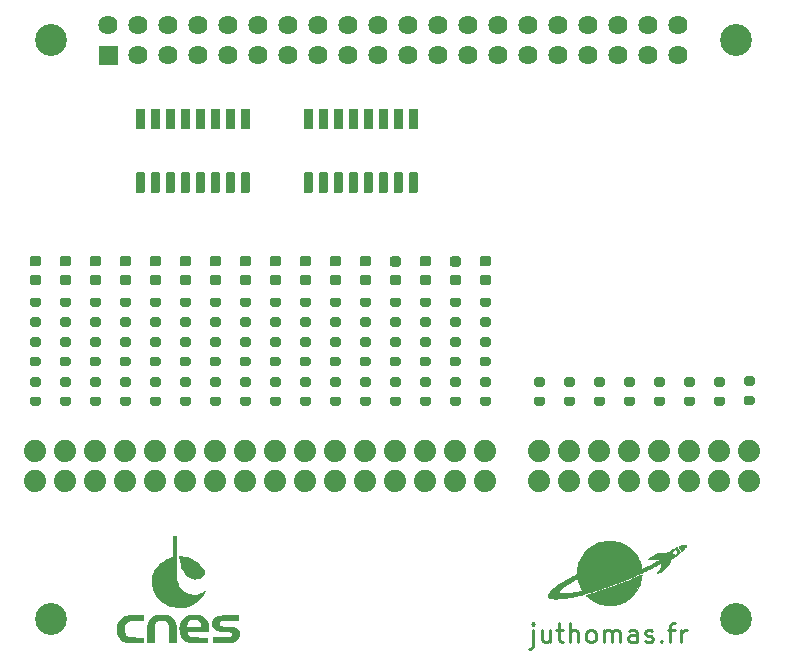
<source format=gbr>
%TF.GenerationSoftware,KiCad,Pcbnew,(5.1.12-1-10_14)*%
%TF.CreationDate,2021-12-12T23:14:55+01:00*%
%TF.ProjectId,Raspberry_modular,52617370-6265-4727-9279-5f6d6f64756c,rev?*%
%TF.SameCoordinates,Original*%
%TF.FileFunction,Soldermask,Top*%
%TF.FilePolarity,Negative*%
%FSLAX46Y46*%
G04 Gerber Fmt 4.6, Leading zero omitted, Abs format (unit mm)*
G04 Created by KiCad (PCBNEW (5.1.12-1-10_14)) date 2021-12-12 23:14:55*
%MOMM*%
%LPD*%
G01*
G04 APERTURE LIST*
%ADD10C,0.250000*%
%ADD11C,0.010000*%
%ADD12C,1.879600*%
%ADD13C,1.625600*%
%ADD14C,2.700000*%
G04 APERTURE END LIST*
D10*
X69762000Y-78613142D02*
X69762000Y-79984571D01*
X69685809Y-80136952D01*
X69533428Y-80213142D01*
X69457238Y-80213142D01*
X69762000Y-78079809D02*
X69685809Y-78156000D01*
X69762000Y-78232190D01*
X69838190Y-78156000D01*
X69762000Y-78079809D01*
X69762000Y-78232190D01*
X71209619Y-78613142D02*
X71209619Y-79679809D01*
X70523904Y-78613142D02*
X70523904Y-79451238D01*
X70600095Y-79603619D01*
X70752476Y-79679809D01*
X70981047Y-79679809D01*
X71133428Y-79603619D01*
X71209619Y-79527428D01*
X71742952Y-78613142D02*
X72352476Y-78613142D01*
X71971523Y-78079809D02*
X71971523Y-79451238D01*
X72047714Y-79603619D01*
X72200095Y-79679809D01*
X72352476Y-79679809D01*
X72885809Y-79679809D02*
X72885809Y-78079809D01*
X73571523Y-79679809D02*
X73571523Y-78841714D01*
X73495333Y-78689333D01*
X73342952Y-78613142D01*
X73114380Y-78613142D01*
X72962000Y-78689333D01*
X72885809Y-78765523D01*
X74562000Y-79679809D02*
X74409619Y-79603619D01*
X74333428Y-79527428D01*
X74257238Y-79375047D01*
X74257238Y-78917904D01*
X74333428Y-78765523D01*
X74409619Y-78689333D01*
X74562000Y-78613142D01*
X74790571Y-78613142D01*
X74942952Y-78689333D01*
X75019142Y-78765523D01*
X75095333Y-78917904D01*
X75095333Y-79375047D01*
X75019142Y-79527428D01*
X74942952Y-79603619D01*
X74790571Y-79679809D01*
X74562000Y-79679809D01*
X75781047Y-79679809D02*
X75781047Y-78613142D01*
X75781047Y-78765523D02*
X75857238Y-78689333D01*
X76009619Y-78613142D01*
X76238190Y-78613142D01*
X76390571Y-78689333D01*
X76466761Y-78841714D01*
X76466761Y-79679809D01*
X76466761Y-78841714D02*
X76542952Y-78689333D01*
X76695333Y-78613142D01*
X76923904Y-78613142D01*
X77076285Y-78689333D01*
X77152476Y-78841714D01*
X77152476Y-79679809D01*
X78600095Y-79679809D02*
X78600095Y-78841714D01*
X78523904Y-78689333D01*
X78371523Y-78613142D01*
X78066761Y-78613142D01*
X77914380Y-78689333D01*
X78600095Y-79603619D02*
X78447714Y-79679809D01*
X78066761Y-79679809D01*
X77914380Y-79603619D01*
X77838190Y-79451238D01*
X77838190Y-79298857D01*
X77914380Y-79146476D01*
X78066761Y-79070285D01*
X78447714Y-79070285D01*
X78600095Y-78994095D01*
X79285809Y-79603619D02*
X79438190Y-79679809D01*
X79742952Y-79679809D01*
X79895333Y-79603619D01*
X79971523Y-79451238D01*
X79971523Y-79375047D01*
X79895333Y-79222666D01*
X79742952Y-79146476D01*
X79514380Y-79146476D01*
X79361999Y-79070285D01*
X79285809Y-78917904D01*
X79285809Y-78841714D01*
X79361999Y-78689333D01*
X79514380Y-78613142D01*
X79742952Y-78613142D01*
X79895333Y-78689333D01*
X80657238Y-79527428D02*
X80733428Y-79603619D01*
X80657238Y-79679809D01*
X80581047Y-79603619D01*
X80657238Y-79527428D01*
X80657238Y-79679809D01*
X81190571Y-78613142D02*
X81800095Y-78613142D01*
X81419142Y-79679809D02*
X81419142Y-78308380D01*
X81495333Y-78156000D01*
X81647714Y-78079809D01*
X81800095Y-78079809D01*
X82333428Y-79679809D02*
X82333428Y-78613142D01*
X82333428Y-78917904D02*
X82409619Y-78765523D01*
X82485809Y-78689333D01*
X82638190Y-78613142D01*
X82790571Y-78613142D01*
D11*
%TO.C,G\u002A\u002A\u002A*%
G36*
X39964920Y-72407168D02*
G01*
X40208344Y-72435177D01*
X40446231Y-72486414D01*
X40676524Y-72559963D01*
X40897166Y-72654905D01*
X41106103Y-72770324D01*
X41301278Y-72905302D01*
X41480634Y-73058923D01*
X41526265Y-73103663D01*
X41607234Y-73189843D01*
X41684435Y-73280370D01*
X41754157Y-73370396D01*
X41812693Y-73455069D01*
X41856333Y-73529540D01*
X41864389Y-73545800D01*
X41884583Y-73591895D01*
X41896380Y-73631101D01*
X41901919Y-73673872D01*
X41903337Y-73730662D01*
X41903336Y-73736300D01*
X41901787Y-73796718D01*
X41896033Y-73842023D01*
X41884146Y-73882398D01*
X41868909Y-73918023D01*
X41815130Y-74004530D01*
X41739329Y-74082314D01*
X41643895Y-74149678D01*
X41531215Y-74204927D01*
X41408450Y-74245143D01*
X41327385Y-74261445D01*
X41235781Y-74272347D01*
X41141297Y-74277564D01*
X41051593Y-74276806D01*
X40974327Y-74269785D01*
X40938550Y-74262811D01*
X40865949Y-74239185D01*
X40782069Y-74203473D01*
X40695182Y-74159803D01*
X40613559Y-74112302D01*
X40551200Y-74069507D01*
X40417826Y-73952453D01*
X40296821Y-73813861D01*
X40188606Y-73654606D01*
X40093597Y-73475563D01*
X40012216Y-73277606D01*
X39944879Y-73061611D01*
X39892007Y-72828453D01*
X39859805Y-72625577D01*
X39851979Y-72562512D01*
X39845613Y-72505386D01*
X39841394Y-72460770D01*
X39840000Y-72436343D01*
X39840000Y-72398981D01*
X39964920Y-72407168D01*
G37*
X39964920Y-72407168D02*
X40208344Y-72435177D01*
X40446231Y-72486414D01*
X40676524Y-72559963D01*
X40897166Y-72654905D01*
X41106103Y-72770324D01*
X41301278Y-72905302D01*
X41480634Y-73058923D01*
X41526265Y-73103663D01*
X41607234Y-73189843D01*
X41684435Y-73280370D01*
X41754157Y-73370396D01*
X41812693Y-73455069D01*
X41856333Y-73529540D01*
X41864389Y-73545800D01*
X41884583Y-73591895D01*
X41896380Y-73631101D01*
X41901919Y-73673872D01*
X41903337Y-73730662D01*
X41903336Y-73736300D01*
X41901787Y-73796718D01*
X41896033Y-73842023D01*
X41884146Y-73882398D01*
X41868909Y-73918023D01*
X41815130Y-74004530D01*
X41739329Y-74082314D01*
X41643895Y-74149678D01*
X41531215Y-74204927D01*
X41408450Y-74245143D01*
X41327385Y-74261445D01*
X41235781Y-74272347D01*
X41141297Y-74277564D01*
X41051593Y-74276806D01*
X40974327Y-74269785D01*
X40938550Y-74262811D01*
X40865949Y-74239185D01*
X40782069Y-74203473D01*
X40695182Y-74159803D01*
X40613559Y-74112302D01*
X40551200Y-74069507D01*
X40417826Y-73952453D01*
X40296821Y-73813861D01*
X40188606Y-73654606D01*
X40093597Y-73475563D01*
X40012216Y-73277606D01*
X39944879Y-73061611D01*
X39892007Y-72828453D01*
X39859805Y-72625577D01*
X39851979Y-72562512D01*
X39845613Y-72505386D01*
X39841394Y-72460770D01*
X39840000Y-72436343D01*
X39840000Y-72398981D01*
X39964920Y-72407168D01*
G36*
X36779300Y-77785502D02*
G01*
X36230025Y-77791244D01*
X36070222Y-77793253D01*
X35935198Y-77795692D01*
X35824335Y-77798582D01*
X35737015Y-77801945D01*
X35672621Y-77805802D01*
X35630535Y-77810174D01*
X35617250Y-77812662D01*
X35494433Y-77854929D01*
X35387383Y-77916637D01*
X35296807Y-77996768D01*
X35223415Y-78094308D01*
X35167915Y-78208239D01*
X35131016Y-78337546D01*
X35113427Y-78481212D01*
X35111958Y-78536900D01*
X35121914Y-78683217D01*
X35152036Y-78815917D01*
X35201637Y-78933996D01*
X35270035Y-79036452D01*
X35356545Y-79122283D01*
X35460483Y-79190486D01*
X35581163Y-79240059D01*
X35594811Y-79244153D01*
X35616115Y-79249430D01*
X35642118Y-79253862D01*
X35675279Y-79257551D01*
X35718052Y-79260599D01*
X35772893Y-79263109D01*
X35842260Y-79265183D01*
X35928607Y-79266923D01*
X36034391Y-79268432D01*
X36162068Y-79269813D01*
X36223992Y-79270389D01*
X36779935Y-79275384D01*
X36776442Y-79474467D01*
X36772950Y-79673550D01*
X36188750Y-79675057D01*
X36064991Y-79675146D01*
X35945494Y-79674797D01*
X35833405Y-79674050D01*
X35731867Y-79672943D01*
X35644026Y-79671518D01*
X35573026Y-79669813D01*
X35522013Y-79667869D01*
X35499397Y-79666340D01*
X35327025Y-79638880D01*
X35170675Y-79591870D01*
X35030747Y-79525792D01*
X34907644Y-79441128D01*
X34801770Y-79338359D01*
X34713527Y-79217967D01*
X34643316Y-79080432D01*
X34591542Y-78926238D01*
X34558606Y-78755864D01*
X34544911Y-78569793D01*
X34544527Y-78524200D01*
X34554815Y-78338498D01*
X34584244Y-78167630D01*
X34632574Y-78012248D01*
X34699564Y-77873003D01*
X34784974Y-77750545D01*
X34859726Y-77671273D01*
X34953983Y-77592124D01*
X35050183Y-77531147D01*
X35158213Y-77482390D01*
X35196408Y-77468565D01*
X35244649Y-77452649D01*
X35291330Y-77439145D01*
X35338983Y-77427859D01*
X35390138Y-77418597D01*
X35447329Y-77411164D01*
X35513086Y-77405365D01*
X35589941Y-77401005D01*
X35680426Y-77397890D01*
X35787073Y-77395826D01*
X35912412Y-77394617D01*
X36058977Y-77394068D01*
X36166525Y-77393974D01*
X36779300Y-77393900D01*
X36779300Y-77785502D01*
G37*
X36779300Y-77785502D02*
X36230025Y-77791244D01*
X36070222Y-77793253D01*
X35935198Y-77795692D01*
X35824335Y-77798582D01*
X35737015Y-77801945D01*
X35672621Y-77805802D01*
X35630535Y-77810174D01*
X35617250Y-77812662D01*
X35494433Y-77854929D01*
X35387383Y-77916637D01*
X35296807Y-77996768D01*
X35223415Y-78094308D01*
X35167915Y-78208239D01*
X35131016Y-78337546D01*
X35113427Y-78481212D01*
X35111958Y-78536900D01*
X35121914Y-78683217D01*
X35152036Y-78815917D01*
X35201637Y-78933996D01*
X35270035Y-79036452D01*
X35356545Y-79122283D01*
X35460483Y-79190486D01*
X35581163Y-79240059D01*
X35594811Y-79244153D01*
X35616115Y-79249430D01*
X35642118Y-79253862D01*
X35675279Y-79257551D01*
X35718052Y-79260599D01*
X35772893Y-79263109D01*
X35842260Y-79265183D01*
X35928607Y-79266923D01*
X36034391Y-79268432D01*
X36162068Y-79269813D01*
X36223992Y-79270389D01*
X36779935Y-79275384D01*
X36776442Y-79474467D01*
X36772950Y-79673550D01*
X36188750Y-79675057D01*
X36064991Y-79675146D01*
X35945494Y-79674797D01*
X35833405Y-79674050D01*
X35731867Y-79672943D01*
X35644026Y-79671518D01*
X35573026Y-79669813D01*
X35522013Y-79667869D01*
X35499397Y-79666340D01*
X35327025Y-79638880D01*
X35170675Y-79591870D01*
X35030747Y-79525792D01*
X34907644Y-79441128D01*
X34801770Y-79338359D01*
X34713527Y-79217967D01*
X34643316Y-79080432D01*
X34591542Y-78926238D01*
X34558606Y-78755864D01*
X34544911Y-78569793D01*
X34544527Y-78524200D01*
X34554815Y-78338498D01*
X34584244Y-78167630D01*
X34632574Y-78012248D01*
X34699564Y-77873003D01*
X34784974Y-77750545D01*
X34859726Y-77671273D01*
X34953983Y-77592124D01*
X35050183Y-77531147D01*
X35158213Y-77482390D01*
X35196408Y-77468565D01*
X35244649Y-77452649D01*
X35291330Y-77439145D01*
X35338983Y-77427859D01*
X35390138Y-77418597D01*
X35447329Y-77411164D01*
X35513086Y-77405365D01*
X35589941Y-77401005D01*
X35680426Y-77397890D01*
X35787073Y-77395826D01*
X35912412Y-77394617D01*
X36058977Y-77394068D01*
X36166525Y-77393974D01*
X36779300Y-77393900D01*
X36779300Y-77785502D01*
G36*
X38507979Y-77338497D02*
G01*
X38680418Y-77363083D01*
X38837948Y-77404708D01*
X38982750Y-77463757D01*
X39116957Y-77541241D01*
X39231018Y-77633453D01*
X39325898Y-77741557D01*
X39402562Y-77866714D01*
X39461978Y-78010088D01*
X39477163Y-78058818D01*
X39490030Y-78106905D01*
X39500937Y-78156872D01*
X39510014Y-78211097D01*
X39517391Y-78271954D01*
X39523201Y-78341819D01*
X39527574Y-78423069D01*
X39530640Y-78518079D01*
X39532532Y-78629225D01*
X39533380Y-78758883D01*
X39533314Y-78909428D01*
X39532588Y-79063950D01*
X39528850Y-79673550D01*
X39259665Y-79676975D01*
X38990481Y-79680401D01*
X38986415Y-78978475D01*
X38982348Y-78276550D01*
X38948997Y-78178201D01*
X38896436Y-78056768D01*
X38827915Y-77955067D01*
X38743653Y-77873248D01*
X38643867Y-77811463D01*
X38528775Y-77769861D01*
X38398597Y-77748595D01*
X38322350Y-77745619D01*
X38187509Y-77756028D01*
X38065530Y-77786757D01*
X37957705Y-77837059D01*
X37865326Y-77906188D01*
X37789687Y-77993395D01*
X37738742Y-78082871D01*
X37723264Y-78116947D01*
X37710096Y-78147853D01*
X37699037Y-78177915D01*
X37689882Y-78209457D01*
X37682426Y-78244805D01*
X37676467Y-78286284D01*
X37671801Y-78336219D01*
X37668225Y-78396936D01*
X37665533Y-78470760D01*
X37663523Y-78560016D01*
X37661992Y-78667029D01*
X37660734Y-78794125D01*
X37659547Y-78943628D01*
X37659192Y-78990925D01*
X37654020Y-79679900D01*
X37122200Y-79679900D01*
X37122200Y-78982802D01*
X37122283Y-78820681D01*
X37122647Y-78681572D01*
X37123458Y-78563089D01*
X37124885Y-78462843D01*
X37127097Y-78378449D01*
X37130260Y-78307518D01*
X37134544Y-78247663D01*
X37140117Y-78196497D01*
X37147145Y-78151633D01*
X37155799Y-78110684D01*
X37166246Y-78071261D01*
X37178653Y-78030979D01*
X37192068Y-77990745D01*
X37252031Y-77851802D01*
X37331769Y-77728271D01*
X37430547Y-77620586D01*
X37547628Y-77529176D01*
X37682277Y-77454474D01*
X37833758Y-77396911D01*
X38001335Y-77356918D01*
X38184272Y-77334927D01*
X38318256Y-77330474D01*
X38507979Y-77338497D01*
G37*
X38507979Y-77338497D02*
X38680418Y-77363083D01*
X38837948Y-77404708D01*
X38982750Y-77463757D01*
X39116957Y-77541241D01*
X39231018Y-77633453D01*
X39325898Y-77741557D01*
X39402562Y-77866714D01*
X39461978Y-78010088D01*
X39477163Y-78058818D01*
X39490030Y-78106905D01*
X39500937Y-78156872D01*
X39510014Y-78211097D01*
X39517391Y-78271954D01*
X39523201Y-78341819D01*
X39527574Y-78423069D01*
X39530640Y-78518079D01*
X39532532Y-78629225D01*
X39533380Y-78758883D01*
X39533314Y-78909428D01*
X39532588Y-79063950D01*
X39528850Y-79673550D01*
X39259665Y-79676975D01*
X38990481Y-79680401D01*
X38986415Y-78978475D01*
X38982348Y-78276550D01*
X38948997Y-78178201D01*
X38896436Y-78056768D01*
X38827915Y-77955067D01*
X38743653Y-77873248D01*
X38643867Y-77811463D01*
X38528775Y-77769861D01*
X38398597Y-77748595D01*
X38322350Y-77745619D01*
X38187509Y-77756028D01*
X38065530Y-77786757D01*
X37957705Y-77837059D01*
X37865326Y-77906188D01*
X37789687Y-77993395D01*
X37738742Y-78082871D01*
X37723264Y-78116947D01*
X37710096Y-78147853D01*
X37699037Y-78177915D01*
X37689882Y-78209457D01*
X37682426Y-78244805D01*
X37676467Y-78286284D01*
X37671801Y-78336219D01*
X37668225Y-78396936D01*
X37665533Y-78470760D01*
X37663523Y-78560016D01*
X37661992Y-78667029D01*
X37660734Y-78794125D01*
X37659547Y-78943628D01*
X37659192Y-78990925D01*
X37654020Y-79679900D01*
X37122200Y-79679900D01*
X37122200Y-78982802D01*
X37122283Y-78820681D01*
X37122647Y-78681572D01*
X37123458Y-78563089D01*
X37124885Y-78462843D01*
X37127097Y-78378449D01*
X37130260Y-78307518D01*
X37134544Y-78247663D01*
X37140117Y-78196497D01*
X37147145Y-78151633D01*
X37155799Y-78110684D01*
X37166246Y-78071261D01*
X37178653Y-78030979D01*
X37192068Y-77990745D01*
X37252031Y-77851802D01*
X37331769Y-77728271D01*
X37430547Y-77620586D01*
X37547628Y-77529176D01*
X37682277Y-77454474D01*
X37833758Y-77396911D01*
X38001335Y-77356918D01*
X38184272Y-77334927D01*
X38318256Y-77330474D01*
X38507979Y-77338497D01*
G36*
X41208196Y-77338682D02*
G01*
X41362862Y-77358649D01*
X41508740Y-77389534D01*
X41639629Y-77430684D01*
X41685475Y-77449461D01*
X41752423Y-77483837D01*
X41825408Y-77529090D01*
X41896847Y-77579872D01*
X41959162Y-77630837D01*
X42000536Y-77671709D01*
X42092065Y-77793988D01*
X42165172Y-77932150D01*
X42220018Y-78086711D01*
X42256763Y-78258186D01*
X42275569Y-78447089D01*
X42278325Y-78559125D01*
X42278400Y-78727400D01*
X41351300Y-78727400D01*
X41168893Y-78727482D01*
X41010445Y-78727745D01*
X40874514Y-78728214D01*
X40759658Y-78728913D01*
X40664437Y-78729867D01*
X40587409Y-78731101D01*
X40527132Y-78732639D01*
X40482166Y-78734506D01*
X40451069Y-78736726D01*
X40432399Y-78739326D01*
X40424716Y-78742328D01*
X40424337Y-78743275D01*
X40430030Y-78776647D01*
X40444869Y-78824876D01*
X40466103Y-78880373D01*
X40490982Y-78935554D01*
X40501558Y-78956251D01*
X40564433Y-79047838D01*
X40647438Y-79126711D01*
X40747584Y-79190682D01*
X40861885Y-79237563D01*
X40900450Y-79248467D01*
X40925915Y-79252685D01*
X40967850Y-79256395D01*
X41027584Y-79259638D01*
X41106447Y-79262456D01*
X41205767Y-79264891D01*
X41326875Y-79266983D01*
X41471099Y-79268774D01*
X41589425Y-79269896D01*
X42214900Y-79275210D01*
X42214900Y-79679900D01*
X41564025Y-79678183D01*
X41433561Y-79677634D01*
X41307404Y-79676715D01*
X41188499Y-79675472D01*
X41079794Y-79673954D01*
X40984234Y-79672209D01*
X40904767Y-79670286D01*
X40844340Y-79668232D01*
X40805898Y-79666095D01*
X40802016Y-79665751D01*
X40627867Y-79638670D01*
X40470720Y-79592740D01*
X40330726Y-79528119D01*
X40208034Y-79444961D01*
X40102792Y-79343421D01*
X40015150Y-79223655D01*
X39945258Y-79085818D01*
X39893265Y-78930066D01*
X39859319Y-78756554D01*
X39850185Y-78675140D01*
X39843235Y-78482663D01*
X39857087Y-78301375D01*
X39859113Y-78291281D01*
X40424200Y-78291281D01*
X40424200Y-78371800D01*
X41706900Y-78371800D01*
X41706679Y-78298775D01*
X41695418Y-78169312D01*
X41663276Y-78051829D01*
X41611488Y-77947938D01*
X41541292Y-77859255D01*
X41453924Y-77787394D01*
X41350621Y-77733968D01*
X41251249Y-77704267D01*
X41168935Y-77692272D01*
X41075170Y-77687285D01*
X40980239Y-77689283D01*
X40894432Y-77698244D01*
X40858931Y-77705147D01*
X40747656Y-77742088D01*
X40650613Y-77796205D01*
X40570634Y-77865507D01*
X40510551Y-77948004D01*
X40508756Y-77951265D01*
X40477469Y-78022527D01*
X40451177Y-78108238D01*
X40432578Y-78197551D01*
X40424369Y-78279619D01*
X40424200Y-78291281D01*
X39859113Y-78291281D01*
X39891036Y-78132308D01*
X39944380Y-77976494D01*
X40016415Y-77834964D01*
X40106437Y-77708749D01*
X40213742Y-77598882D01*
X40337627Y-77506393D01*
X40477389Y-77432315D01*
X40632323Y-77377679D01*
X40753462Y-77350858D01*
X40897297Y-77334131D01*
X41050941Y-77330291D01*
X41208196Y-77338682D01*
G37*
X41208196Y-77338682D02*
X41362862Y-77358649D01*
X41508740Y-77389534D01*
X41639629Y-77430684D01*
X41685475Y-77449461D01*
X41752423Y-77483837D01*
X41825408Y-77529090D01*
X41896847Y-77579872D01*
X41959162Y-77630837D01*
X42000536Y-77671709D01*
X42092065Y-77793988D01*
X42165172Y-77932150D01*
X42220018Y-78086711D01*
X42256763Y-78258186D01*
X42275569Y-78447089D01*
X42278325Y-78559125D01*
X42278400Y-78727400D01*
X41351300Y-78727400D01*
X41168893Y-78727482D01*
X41010445Y-78727745D01*
X40874514Y-78728214D01*
X40759658Y-78728913D01*
X40664437Y-78729867D01*
X40587409Y-78731101D01*
X40527132Y-78732639D01*
X40482166Y-78734506D01*
X40451069Y-78736726D01*
X40432399Y-78739326D01*
X40424716Y-78742328D01*
X40424337Y-78743275D01*
X40430030Y-78776647D01*
X40444869Y-78824876D01*
X40466103Y-78880373D01*
X40490982Y-78935554D01*
X40501558Y-78956251D01*
X40564433Y-79047838D01*
X40647438Y-79126711D01*
X40747584Y-79190682D01*
X40861885Y-79237563D01*
X40900450Y-79248467D01*
X40925915Y-79252685D01*
X40967850Y-79256395D01*
X41027584Y-79259638D01*
X41106447Y-79262456D01*
X41205767Y-79264891D01*
X41326875Y-79266983D01*
X41471099Y-79268774D01*
X41589425Y-79269896D01*
X42214900Y-79275210D01*
X42214900Y-79679900D01*
X41564025Y-79678183D01*
X41433561Y-79677634D01*
X41307404Y-79676715D01*
X41188499Y-79675472D01*
X41079794Y-79673954D01*
X40984234Y-79672209D01*
X40904767Y-79670286D01*
X40844340Y-79668232D01*
X40805898Y-79666095D01*
X40802016Y-79665751D01*
X40627867Y-79638670D01*
X40470720Y-79592740D01*
X40330726Y-79528119D01*
X40208034Y-79444961D01*
X40102792Y-79343421D01*
X40015150Y-79223655D01*
X39945258Y-79085818D01*
X39893265Y-78930066D01*
X39859319Y-78756554D01*
X39850185Y-78675140D01*
X39843235Y-78482663D01*
X39857087Y-78301375D01*
X39859113Y-78291281D01*
X40424200Y-78291281D01*
X40424200Y-78371800D01*
X41706900Y-78371800D01*
X41706679Y-78298775D01*
X41695418Y-78169312D01*
X41663276Y-78051829D01*
X41611488Y-77947938D01*
X41541292Y-77859255D01*
X41453924Y-77787394D01*
X41350621Y-77733968D01*
X41251249Y-77704267D01*
X41168935Y-77692272D01*
X41075170Y-77687285D01*
X40980239Y-77689283D01*
X40894432Y-77698244D01*
X40858931Y-77705147D01*
X40747656Y-77742088D01*
X40650613Y-77796205D01*
X40570634Y-77865507D01*
X40510551Y-77948004D01*
X40508756Y-77951265D01*
X40477469Y-78022527D01*
X40451177Y-78108238D01*
X40432578Y-78197551D01*
X40424369Y-78279619D01*
X40424200Y-78291281D01*
X39859113Y-78291281D01*
X39891036Y-78132308D01*
X39944380Y-77976494D01*
X40016415Y-77834964D01*
X40106437Y-77708749D01*
X40213742Y-77598882D01*
X40337627Y-77506393D01*
X40477389Y-77432315D01*
X40632323Y-77377679D01*
X40753462Y-77350858D01*
X40897297Y-77334131D01*
X41050941Y-77330291D01*
X41208196Y-77338682D01*
G36*
X44793000Y-77787600D02*
G01*
X44198941Y-77787600D01*
X44074097Y-77787879D01*
X43953463Y-77788678D01*
X43840162Y-77789939D01*
X43737317Y-77791605D01*
X43648050Y-77793618D01*
X43575486Y-77795920D01*
X43522746Y-77798454D01*
X43497266Y-77800567D01*
X43393970Y-77820292D01*
X43312649Y-77852209D01*
X43252730Y-77896809D01*
X43213642Y-77954587D01*
X43194814Y-78026035D01*
X43192800Y-78063153D01*
X43203170Y-78143209D01*
X43234615Y-78209990D01*
X43287635Y-78264104D01*
X43362733Y-78306160D01*
X43406106Y-78322031D01*
X43432598Y-78329788D01*
X43460450Y-78336115D01*
X43492888Y-78341258D01*
X43533137Y-78345466D01*
X43584424Y-78348987D01*
X43649972Y-78352068D01*
X43733009Y-78354958D01*
X43836759Y-78357904D01*
X43891300Y-78359320D01*
X44006645Y-78362426D01*
X44099946Y-78365413D01*
X44174554Y-78368533D01*
X44233820Y-78372037D01*
X44281098Y-78376177D01*
X44319739Y-78381203D01*
X44353096Y-78387368D01*
X44384519Y-78394923D01*
X44391709Y-78396851D01*
X44523818Y-78443125D01*
X44635680Y-78504288D01*
X44727013Y-78579998D01*
X44797537Y-78669913D01*
X44846969Y-78773689D01*
X44875029Y-78890984D01*
X44881900Y-78993500D01*
X44871246Y-79124621D01*
X44839346Y-79241841D01*
X44786288Y-79345043D01*
X44712160Y-79434110D01*
X44617052Y-79508923D01*
X44501051Y-79569364D01*
X44427863Y-79596607D01*
X44389590Y-79608666D01*
X44352384Y-79619029D01*
X44313989Y-79627845D01*
X44272147Y-79635264D01*
X44224601Y-79641433D01*
X44169095Y-79646503D01*
X44103371Y-79650623D01*
X44025173Y-79653941D01*
X43932243Y-79656606D01*
X43822324Y-79658768D01*
X43693159Y-79660576D01*
X43542492Y-79662179D01*
X43418225Y-79663301D01*
X42684800Y-79669610D01*
X42684800Y-79260800D01*
X43335675Y-79260601D01*
X43492259Y-79260445D01*
X43625647Y-79259975D01*
X43738044Y-79259037D01*
X43831654Y-79257475D01*
X43908680Y-79255136D01*
X43971326Y-79251864D01*
X44021797Y-79247503D01*
X44062296Y-79241900D01*
X44095028Y-79234899D01*
X44122197Y-79226346D01*
X44146006Y-79216084D01*
X44168659Y-79203960D01*
X44172414Y-79201785D01*
X44226583Y-79156750D01*
X44262723Y-79098686D01*
X44280846Y-79032448D01*
X44280960Y-78962888D01*
X44263077Y-78894859D01*
X44227208Y-78833216D01*
X44173361Y-78782812D01*
X44171520Y-78781559D01*
X44142378Y-78763256D01*
X44112704Y-78748345D01*
X44079454Y-78736394D01*
X44039585Y-78726970D01*
X43990051Y-78719642D01*
X43927811Y-78713976D01*
X43849818Y-78709542D01*
X43753031Y-78705906D01*
X43634403Y-78702636D01*
X43611900Y-78702087D01*
X43483653Y-78698595D01*
X43377332Y-78694610D01*
X43289459Y-78689722D01*
X43216560Y-78683521D01*
X43155160Y-78675598D01*
X43101782Y-78665542D01*
X43052952Y-78652943D01*
X43005194Y-78637393D01*
X42977838Y-78627324D01*
X42869411Y-78574390D01*
X42775611Y-78504732D01*
X42699010Y-78421116D01*
X42642179Y-78326304D01*
X42609567Y-78231563D01*
X42600673Y-78170887D01*
X42596872Y-78095070D01*
X42598002Y-78013823D01*
X42603907Y-77936857D01*
X42614426Y-77873881D01*
X42615487Y-77869643D01*
X42651164Y-77773536D01*
X42704763Y-77683919D01*
X42770992Y-77609572D01*
X42773581Y-77607260D01*
X42842219Y-77557219D01*
X42929586Y-77510145D01*
X43029008Y-77469078D01*
X43133813Y-77437062D01*
X43161050Y-77430612D01*
X43188580Y-77424700D01*
X43215230Y-77419653D01*
X43243246Y-77415387D01*
X43274874Y-77411816D01*
X43312360Y-77408855D01*
X43357951Y-77406419D01*
X43413892Y-77404423D01*
X43482429Y-77402781D01*
X43565809Y-77401410D01*
X43666278Y-77400222D01*
X43786081Y-77399134D01*
X43927464Y-77398060D01*
X44040525Y-77397271D01*
X44793000Y-77392114D01*
X44793000Y-77787600D01*
G37*
X44793000Y-77787600D02*
X44198941Y-77787600D01*
X44074097Y-77787879D01*
X43953463Y-77788678D01*
X43840162Y-77789939D01*
X43737317Y-77791605D01*
X43648050Y-77793618D01*
X43575486Y-77795920D01*
X43522746Y-77798454D01*
X43497266Y-77800567D01*
X43393970Y-77820292D01*
X43312649Y-77852209D01*
X43252730Y-77896809D01*
X43213642Y-77954587D01*
X43194814Y-78026035D01*
X43192800Y-78063153D01*
X43203170Y-78143209D01*
X43234615Y-78209990D01*
X43287635Y-78264104D01*
X43362733Y-78306160D01*
X43406106Y-78322031D01*
X43432598Y-78329788D01*
X43460450Y-78336115D01*
X43492888Y-78341258D01*
X43533137Y-78345466D01*
X43584424Y-78348987D01*
X43649972Y-78352068D01*
X43733009Y-78354958D01*
X43836759Y-78357904D01*
X43891300Y-78359320D01*
X44006645Y-78362426D01*
X44099946Y-78365413D01*
X44174554Y-78368533D01*
X44233820Y-78372037D01*
X44281098Y-78376177D01*
X44319739Y-78381203D01*
X44353096Y-78387368D01*
X44384519Y-78394923D01*
X44391709Y-78396851D01*
X44523818Y-78443125D01*
X44635680Y-78504288D01*
X44727013Y-78579998D01*
X44797537Y-78669913D01*
X44846969Y-78773689D01*
X44875029Y-78890984D01*
X44881900Y-78993500D01*
X44871246Y-79124621D01*
X44839346Y-79241841D01*
X44786288Y-79345043D01*
X44712160Y-79434110D01*
X44617052Y-79508923D01*
X44501051Y-79569364D01*
X44427863Y-79596607D01*
X44389590Y-79608666D01*
X44352384Y-79619029D01*
X44313989Y-79627845D01*
X44272147Y-79635264D01*
X44224601Y-79641433D01*
X44169095Y-79646503D01*
X44103371Y-79650623D01*
X44025173Y-79653941D01*
X43932243Y-79656606D01*
X43822324Y-79658768D01*
X43693159Y-79660576D01*
X43542492Y-79662179D01*
X43418225Y-79663301D01*
X42684800Y-79669610D01*
X42684800Y-79260800D01*
X43335675Y-79260601D01*
X43492259Y-79260445D01*
X43625647Y-79259975D01*
X43738044Y-79259037D01*
X43831654Y-79257475D01*
X43908680Y-79255136D01*
X43971326Y-79251864D01*
X44021797Y-79247503D01*
X44062296Y-79241900D01*
X44095028Y-79234899D01*
X44122197Y-79226346D01*
X44146006Y-79216084D01*
X44168659Y-79203960D01*
X44172414Y-79201785D01*
X44226583Y-79156750D01*
X44262723Y-79098686D01*
X44280846Y-79032448D01*
X44280960Y-78962888D01*
X44263077Y-78894859D01*
X44227208Y-78833216D01*
X44173361Y-78782812D01*
X44171520Y-78781559D01*
X44142378Y-78763256D01*
X44112704Y-78748345D01*
X44079454Y-78736394D01*
X44039585Y-78726970D01*
X43990051Y-78719642D01*
X43927811Y-78713976D01*
X43849818Y-78709542D01*
X43753031Y-78705906D01*
X43634403Y-78702636D01*
X43611900Y-78702087D01*
X43483653Y-78698595D01*
X43377332Y-78694610D01*
X43289459Y-78689722D01*
X43216560Y-78683521D01*
X43155160Y-78675598D01*
X43101782Y-78665542D01*
X43052952Y-78652943D01*
X43005194Y-78637393D01*
X42977838Y-78627324D01*
X42869411Y-78574390D01*
X42775611Y-78504732D01*
X42699010Y-78421116D01*
X42642179Y-78326304D01*
X42609567Y-78231563D01*
X42600673Y-78170887D01*
X42596872Y-78095070D01*
X42598002Y-78013823D01*
X42603907Y-77936857D01*
X42614426Y-77873881D01*
X42615487Y-77869643D01*
X42651164Y-77773536D01*
X42704763Y-77683919D01*
X42770992Y-77609572D01*
X42773581Y-77607260D01*
X42842219Y-77557219D01*
X42929586Y-77510145D01*
X43029008Y-77469078D01*
X43133813Y-77437062D01*
X43161050Y-77430612D01*
X43188580Y-77424700D01*
X43215230Y-77419653D01*
X43243246Y-77415387D01*
X43274874Y-77411816D01*
X43312360Y-77408855D01*
X43357951Y-77406419D01*
X43413892Y-77404423D01*
X43482429Y-77402781D01*
X43565809Y-77401410D01*
X43666278Y-77400222D01*
X43786081Y-77399134D01*
X43927464Y-77398060D01*
X44040525Y-77397271D01*
X44793000Y-77392114D01*
X44793000Y-77787600D01*
G36*
X39538493Y-72469475D02*
G01*
X39539060Y-72718500D01*
X39539593Y-72943441D01*
X39540115Y-73145614D01*
X39540648Y-73326334D01*
X39541211Y-73486918D01*
X39541828Y-73628681D01*
X39542519Y-73752939D01*
X39543307Y-73861008D01*
X39544212Y-73954203D01*
X39545256Y-74033841D01*
X39546460Y-74101237D01*
X39547846Y-74157708D01*
X39549436Y-74204568D01*
X39551250Y-74243134D01*
X39553311Y-74274721D01*
X39555640Y-74300646D01*
X39558258Y-74322224D01*
X39561186Y-74340771D01*
X39564448Y-74357603D01*
X39568062Y-74374036D01*
X39569700Y-74381171D01*
X39619882Y-74563929D01*
X39683067Y-74729772D01*
X39761893Y-74884971D01*
X39823124Y-74983648D01*
X39869773Y-75046295D01*
X39931232Y-75118040D01*
X40001774Y-75193037D01*
X40075672Y-75265438D01*
X40147197Y-75329396D01*
X40210202Y-75378769D01*
X40377477Y-75482281D01*
X40551790Y-75561767D01*
X40731626Y-75617121D01*
X40915469Y-75648233D01*
X41101805Y-75654997D01*
X41289118Y-75637303D01*
X41475894Y-75595044D01*
X41660616Y-75528112D01*
X41745868Y-75488315D01*
X41800559Y-75458864D01*
X41855279Y-75426065D01*
X41899063Y-75396527D01*
X41902691Y-75393799D01*
X41935479Y-75370111D01*
X41959452Y-75355295D01*
X41968411Y-75352477D01*
X41966055Y-75366513D01*
X41952613Y-75397838D01*
X41930425Y-75442178D01*
X41901830Y-75495260D01*
X41869168Y-75552811D01*
X41834778Y-75610559D01*
X41801000Y-75664228D01*
X41782702Y-75691672D01*
X41644360Y-75873960D01*
X41490978Y-76037883D01*
X41319644Y-76186303D01*
X41167963Y-76295622D01*
X40968872Y-76414650D01*
X40759775Y-76512773D01*
X40538176Y-76590969D01*
X40301580Y-76650217D01*
X40227350Y-76664435D01*
X40165029Y-76672835D01*
X40083637Y-76679799D01*
X39989470Y-76685162D01*
X39888823Y-76688759D01*
X39787992Y-76690425D01*
X39693274Y-76689993D01*
X39610966Y-76687301D01*
X39547900Y-76682247D01*
X39296810Y-76639752D01*
X39056910Y-76574622D01*
X38828493Y-76486965D01*
X38611853Y-76376888D01*
X38472691Y-76290144D01*
X38315734Y-76177021D01*
X38178641Y-76061137D01*
X38056010Y-75937116D01*
X37942440Y-75799584D01*
X37852062Y-75672624D01*
X37737025Y-75478954D01*
X37644948Y-75275940D01*
X37576198Y-75065488D01*
X37531142Y-74849503D01*
X37510146Y-74629890D01*
X37513576Y-74408556D01*
X37541800Y-74187406D01*
X37554310Y-74125251D01*
X37614141Y-73909404D01*
X37697162Y-73702331D01*
X37802270Y-73505387D01*
X37928365Y-73319924D01*
X38074343Y-73147298D01*
X38239103Y-72988862D01*
X38421544Y-72845970D01*
X38620562Y-72719976D01*
X38755917Y-72648934D01*
X38827620Y-72616349D01*
X38910501Y-72582257D01*
X38998213Y-72548941D01*
X39084407Y-72518688D01*
X39162734Y-72493783D01*
X39226845Y-72476512D01*
X39246275Y-72472404D01*
X39293900Y-72463473D01*
X39293900Y-70675600D01*
X39534446Y-70675600D01*
X39538493Y-72469475D01*
G37*
X39538493Y-72469475D02*
X39539060Y-72718500D01*
X39539593Y-72943441D01*
X39540115Y-73145614D01*
X39540648Y-73326334D01*
X39541211Y-73486918D01*
X39541828Y-73628681D01*
X39542519Y-73752939D01*
X39543307Y-73861008D01*
X39544212Y-73954203D01*
X39545256Y-74033841D01*
X39546460Y-74101237D01*
X39547846Y-74157708D01*
X39549436Y-74204568D01*
X39551250Y-74243134D01*
X39553311Y-74274721D01*
X39555640Y-74300646D01*
X39558258Y-74322224D01*
X39561186Y-74340771D01*
X39564448Y-74357603D01*
X39568062Y-74374036D01*
X39569700Y-74381171D01*
X39619882Y-74563929D01*
X39683067Y-74729772D01*
X39761893Y-74884971D01*
X39823124Y-74983648D01*
X39869773Y-75046295D01*
X39931232Y-75118040D01*
X40001774Y-75193037D01*
X40075672Y-75265438D01*
X40147197Y-75329396D01*
X40210202Y-75378769D01*
X40377477Y-75482281D01*
X40551790Y-75561767D01*
X40731626Y-75617121D01*
X40915469Y-75648233D01*
X41101805Y-75654997D01*
X41289118Y-75637303D01*
X41475894Y-75595044D01*
X41660616Y-75528112D01*
X41745868Y-75488315D01*
X41800559Y-75458864D01*
X41855279Y-75426065D01*
X41899063Y-75396527D01*
X41902691Y-75393799D01*
X41935479Y-75370111D01*
X41959452Y-75355295D01*
X41968411Y-75352477D01*
X41966055Y-75366513D01*
X41952613Y-75397838D01*
X41930425Y-75442178D01*
X41901830Y-75495260D01*
X41869168Y-75552811D01*
X41834778Y-75610559D01*
X41801000Y-75664228D01*
X41782702Y-75691672D01*
X41644360Y-75873960D01*
X41490978Y-76037883D01*
X41319644Y-76186303D01*
X41167963Y-76295622D01*
X40968872Y-76414650D01*
X40759775Y-76512773D01*
X40538176Y-76590969D01*
X40301580Y-76650217D01*
X40227350Y-76664435D01*
X40165029Y-76672835D01*
X40083637Y-76679799D01*
X39989470Y-76685162D01*
X39888823Y-76688759D01*
X39787992Y-76690425D01*
X39693274Y-76689993D01*
X39610966Y-76687301D01*
X39547900Y-76682247D01*
X39296810Y-76639752D01*
X39056910Y-76574622D01*
X38828493Y-76486965D01*
X38611853Y-76376888D01*
X38472691Y-76290144D01*
X38315734Y-76177021D01*
X38178641Y-76061137D01*
X38056010Y-75937116D01*
X37942440Y-75799584D01*
X37852062Y-75672624D01*
X37737025Y-75478954D01*
X37644948Y-75275940D01*
X37576198Y-75065488D01*
X37531142Y-74849503D01*
X37510146Y-74629890D01*
X37513576Y-74408556D01*
X37541800Y-74187406D01*
X37554310Y-74125251D01*
X37614141Y-73909404D01*
X37697162Y-73702331D01*
X37802270Y-73505387D01*
X37928365Y-73319924D01*
X38074343Y-73147298D01*
X38239103Y-72988862D01*
X38421544Y-72845970D01*
X38620562Y-72719976D01*
X38755917Y-72648934D01*
X38827620Y-72616349D01*
X38910501Y-72582257D01*
X38998213Y-72548941D01*
X39084407Y-72518688D01*
X39162734Y-72493783D01*
X39226845Y-72476512D01*
X39246275Y-72472404D01*
X39293900Y-72463473D01*
X39293900Y-70675600D01*
X39534446Y-70675600D01*
X39538493Y-72469475D01*
G36*
X82646415Y-71417224D02*
G01*
X82686108Y-71434456D01*
X82690990Y-71438790D01*
X82709549Y-71470884D01*
X82709783Y-71512878D01*
X82691213Y-71566020D01*
X82653363Y-71631562D01*
X82595755Y-71710754D01*
X82579009Y-71731839D01*
X82535213Y-71782703D01*
X82488151Y-71831539D01*
X82441987Y-71874612D01*
X82400890Y-71908187D01*
X82369025Y-71928530D01*
X82354692Y-71932900D01*
X82333562Y-71923000D01*
X82317195Y-71904325D01*
X82303844Y-71883122D01*
X82279937Y-71845610D01*
X82248689Y-71796821D01*
X82213318Y-71741788D01*
X82207986Y-71733508D01*
X82163648Y-71661700D01*
X82134624Y-71607813D01*
X82121255Y-71572521D01*
X82120508Y-71562331D01*
X82127635Y-71545275D01*
X82146738Y-71529479D01*
X82182426Y-71511906D01*
X82219873Y-71496873D01*
X82326025Y-71460014D01*
X82424626Y-71433266D01*
X82512804Y-71416983D01*
X82587691Y-71411517D01*
X82646415Y-71417224D01*
G37*
X82646415Y-71417224D02*
X82686108Y-71434456D01*
X82690990Y-71438790D01*
X82709549Y-71470884D01*
X82709783Y-71512878D01*
X82691213Y-71566020D01*
X82653363Y-71631562D01*
X82595755Y-71710754D01*
X82579009Y-71731839D01*
X82535213Y-71782703D01*
X82488151Y-71831539D01*
X82441987Y-71874612D01*
X82400890Y-71908187D01*
X82369025Y-71928530D01*
X82354692Y-71932900D01*
X82333562Y-71923000D01*
X82317195Y-71904325D01*
X82303844Y-71883122D01*
X82279937Y-71845610D01*
X82248689Y-71796821D01*
X82213318Y-71741788D01*
X82207986Y-71733508D01*
X82163648Y-71661700D01*
X82134624Y-71607813D01*
X82121255Y-71572521D01*
X82120508Y-71562331D01*
X82127635Y-71545275D01*
X82146738Y-71529479D01*
X82182426Y-71511906D01*
X82219873Y-71496873D01*
X82326025Y-71460014D01*
X82424626Y-71433266D01*
X82512804Y-71416983D01*
X82587691Y-71411517D01*
X82646415Y-71417224D01*
G36*
X76603689Y-71103003D02*
G01*
X76845503Y-71143745D01*
X77077552Y-71205547D01*
X77108150Y-71215582D01*
X77269783Y-71276956D01*
X77436176Y-71353113D01*
X77598433Y-71439522D01*
X77747656Y-71531651D01*
X77800300Y-71568082D01*
X77996273Y-71718729D01*
X78169696Y-71874199D01*
X78323362Y-72037619D01*
X78460064Y-72212117D01*
X78582595Y-72400821D01*
X78647786Y-72517100D01*
X78702799Y-72627043D01*
X78752215Y-72740506D01*
X78797434Y-72861637D01*
X78839859Y-72994583D01*
X78880892Y-73143489D01*
X78921932Y-73312504D01*
X78932824Y-73360462D01*
X78945824Y-73409256D01*
X78961349Y-73438253D01*
X78984082Y-73449255D01*
X79018708Y-73444065D01*
X79069911Y-73424483D01*
X79083696Y-73418497D01*
X79186814Y-73371931D01*
X79307500Y-73315230D01*
X79441174Y-73250694D01*
X79583257Y-73180623D01*
X79729168Y-73107318D01*
X79874329Y-73033079D01*
X80014159Y-72960207D01*
X80144080Y-72891002D01*
X80257825Y-72828704D01*
X80313133Y-72798176D01*
X80361918Y-72771800D01*
X80399074Y-72752300D01*
X80419496Y-72742400D01*
X80420038Y-72742186D01*
X80444969Y-72722556D01*
X80451098Y-72695311D01*
X80442484Y-72676554D01*
X80423940Y-72664040D01*
X80388134Y-72646975D01*
X80341990Y-72628576D01*
X80329939Y-72624246D01*
X80283304Y-72609204D01*
X80239163Y-72598687D01*
X80190339Y-72591621D01*
X80129656Y-72586935D01*
X80060170Y-72583906D01*
X79981356Y-72582026D01*
X79913996Y-72582985D01*
X79850459Y-72587497D01*
X79783112Y-72596274D01*
X79704321Y-72610029D01*
X79635450Y-72623571D01*
X79591109Y-72631717D01*
X79557545Y-72636351D01*
X79541480Y-72636563D01*
X79541125Y-72636338D01*
X79544534Y-72623350D01*
X79565646Y-72598695D01*
X79601190Y-72565029D01*
X79647897Y-72525013D01*
X79702495Y-72481305D01*
X79761715Y-72436565D01*
X79822286Y-72393450D01*
X79880937Y-72354620D01*
X79908500Y-72337656D01*
X80044857Y-72264629D01*
X80188963Y-72202735D01*
X80336759Y-72152897D01*
X80484185Y-72116035D01*
X80627180Y-72093072D01*
X80761685Y-72084931D01*
X80883639Y-72092533D01*
X80941163Y-72103111D01*
X80988870Y-72113418D01*
X81029850Y-72120721D01*
X81054598Y-72123399D01*
X81076492Y-72116610D01*
X81113026Y-72098385D01*
X81158093Y-72071941D01*
X81179222Y-72058337D01*
X81563416Y-72058337D01*
X81585086Y-72121824D01*
X81629431Y-72179484D01*
X81686500Y-72223218D01*
X81738472Y-72243353D01*
X81799499Y-72250245D01*
X81858094Y-72243365D01*
X81887155Y-72232483D01*
X81945259Y-72189783D01*
X81985666Y-72134732D01*
X82008254Y-72072040D01*
X82012898Y-72006415D01*
X81999475Y-71942565D01*
X81967861Y-71885199D01*
X81917933Y-71839026D01*
X81897789Y-71827239D01*
X81830666Y-71805966D01*
X81760982Y-71807181D01*
X81694003Y-71829205D01*
X81634992Y-71870361D01*
X81591587Y-71924828D01*
X81565293Y-71991759D01*
X81563416Y-72058337D01*
X81179222Y-72058337D01*
X81183985Y-72055271D01*
X81226067Y-72027859D01*
X81278330Y-71994668D01*
X81336768Y-71958143D01*
X81397374Y-71920731D01*
X81456141Y-71884877D01*
X81509063Y-71853027D01*
X81552134Y-71827628D01*
X81581346Y-71811125D01*
X81592486Y-71805900D01*
X81605006Y-71799967D01*
X81634724Y-71783918D01*
X81676861Y-71760375D01*
X81715185Y-71738548D01*
X81787481Y-71697944D01*
X81841928Y-71669721D01*
X81881991Y-71652447D01*
X81911136Y-71644692D01*
X81932828Y-71645022D01*
X81938176Y-71646412D01*
X81954874Y-71660023D01*
X81980557Y-71690651D01*
X82011380Y-71733392D01*
X82036146Y-71771390D01*
X82073174Y-71830583D01*
X82111866Y-71892163D01*
X82146247Y-71946632D01*
X82160497Y-71969087D01*
X82187658Y-72014525D01*
X82200822Y-72044783D01*
X82201782Y-72064578D01*
X82199110Y-72070687D01*
X82180738Y-72090765D01*
X82143746Y-72122725D01*
X82090797Y-72164581D01*
X82024552Y-72214349D01*
X81947674Y-72270045D01*
X81862824Y-72329684D01*
X81772665Y-72391281D01*
X81737300Y-72414966D01*
X81669333Y-72460240D01*
X81605454Y-72502815D01*
X81549886Y-72539876D01*
X81506850Y-72568608D01*
X81480567Y-72586194D01*
X81479925Y-72586625D01*
X81446112Y-72613213D01*
X81418220Y-72645545D01*
X81393434Y-72688456D01*
X81368940Y-72746776D01*
X81343223Y-72821332D01*
X81289016Y-72961600D01*
X81219308Y-73092725D01*
X81158330Y-73184756D01*
X81070791Y-73292731D01*
X80963435Y-73401269D01*
X80841437Y-73506398D01*
X80709973Y-73604149D01*
X80574219Y-73690553D01*
X80439349Y-73761638D01*
X80363845Y-73794176D01*
X80322079Y-73809956D01*
X80289649Y-73821127D01*
X80273966Y-73825200D01*
X80272388Y-73822102D01*
X80277519Y-73811274D01*
X80290951Y-73790408D01*
X80314276Y-73757199D01*
X80349087Y-73709340D01*
X80396975Y-73644526D01*
X80421645Y-73611325D01*
X80439786Y-73583247D01*
X80465546Y-73538581D01*
X80495429Y-73483581D01*
X80524594Y-73427175D01*
X80561942Y-73345334D01*
X80592894Y-73262316D01*
X80616795Y-73181691D01*
X80632993Y-73107028D01*
X80640837Y-73041894D01*
X80639673Y-72989858D01*
X80628848Y-72954489D01*
X80613524Y-72940859D01*
X80597581Y-72944785D01*
X80563050Y-72959654D01*
X80513373Y-72983768D01*
X80451992Y-73015428D01*
X80382351Y-73052938D01*
X80350378Y-73070635D01*
X80264726Y-73117603D01*
X80161533Y-73172845D01*
X80045202Y-73234106D01*
X79920138Y-73299136D01*
X79790743Y-73365682D01*
X79661422Y-73431492D01*
X79536578Y-73494313D01*
X79420615Y-73551894D01*
X79317937Y-73601981D01*
X79232947Y-73642323D01*
X79229050Y-73644133D01*
X79157954Y-73677182D01*
X79079509Y-73713780D01*
X79005292Y-73748522D01*
X78966116Y-73766928D01*
X78903767Y-73795841D01*
X78822541Y-73832843D01*
X78726885Y-73875964D01*
X78621246Y-73923233D01*
X78510069Y-73972680D01*
X78397801Y-74022335D01*
X78288890Y-74070229D01*
X78187781Y-74114392D01*
X78098921Y-74152853D01*
X78026758Y-74183642D01*
X78003500Y-74193395D01*
X77933101Y-74222721D01*
X77860089Y-74253167D01*
X77793270Y-74281059D01*
X77743150Y-74302010D01*
X77699821Y-74319818D01*
X77637197Y-74345116D01*
X77559652Y-74376174D01*
X77471560Y-74411263D01*
X77377294Y-74448653D01*
X77281227Y-74486615D01*
X77187733Y-74523421D01*
X77101186Y-74557340D01*
X77025958Y-74586643D01*
X76966423Y-74609601D01*
X76937579Y-74620540D01*
X76748284Y-74691226D01*
X76580143Y-74753518D01*
X76430677Y-74808318D01*
X76297403Y-74856533D01*
X76177842Y-74899067D01*
X76085800Y-74931202D01*
X76026680Y-74951864D01*
X75974518Y-74970496D01*
X75935060Y-74985020D01*
X75914350Y-74993222D01*
X75889834Y-75002661D01*
X75849544Y-75016524D01*
X75802018Y-75031877D01*
X75800050Y-75032493D01*
X75745546Y-75050191D01*
X75679305Y-75072685D01*
X75613376Y-75095862D01*
X75596180Y-75102072D01*
X75536274Y-75123200D01*
X75476117Y-75143308D01*
X75425869Y-75159035D01*
X75412030Y-75163013D01*
X75367512Y-75176049D01*
X75309362Y-75194074D01*
X75247976Y-75213843D01*
X75228550Y-75220274D01*
X75056082Y-75276272D01*
X74867625Y-75334648D01*
X74666769Y-75394451D01*
X74457102Y-75454731D01*
X74242215Y-75514538D01*
X74025697Y-75572923D01*
X73811137Y-75628933D01*
X73602126Y-75681620D01*
X73402253Y-75730033D01*
X73215108Y-75773221D01*
X73044280Y-75810235D01*
X72893359Y-75840124D01*
X72872700Y-75843927D01*
X72797356Y-75857669D01*
X72725757Y-75870783D01*
X72663812Y-75882181D01*
X72617434Y-75890779D01*
X72599650Y-75894119D01*
X72447301Y-75919036D01*
X72278002Y-75939730D01*
X72099955Y-75955508D01*
X71921363Y-75965673D01*
X71750429Y-75969532D01*
X71710650Y-75969436D01*
X71629793Y-75968591D01*
X71554925Y-75967421D01*
X71490787Y-75966032D01*
X71442121Y-75964526D01*
X71413667Y-75963009D01*
X71412200Y-75962870D01*
X71376008Y-75957474D01*
X71326923Y-75948070D01*
X71284366Y-75938708D01*
X71220073Y-75917014D01*
X71157825Y-75884551D01*
X71104582Y-75845831D01*
X71067303Y-75805369D01*
X71060137Y-75793299D01*
X71048226Y-75751187D01*
X71044740Y-75695028D01*
X71049822Y-75634788D01*
X71057318Y-75599842D01*
X71079169Y-75550008D01*
X71119238Y-75488149D01*
X71175058Y-75416977D01*
X71208971Y-75378806D01*
X71992021Y-75378806D01*
X71995405Y-75416266D01*
X72025908Y-75461532D01*
X72077645Y-75497331D01*
X72147611Y-75521788D01*
X72172570Y-75526780D01*
X72229149Y-75533053D01*
X72304468Y-75536696D01*
X72392008Y-75537775D01*
X72485253Y-75536355D01*
X72577686Y-75532502D01*
X72662788Y-75526281D01*
X72708082Y-75521382D01*
X72790032Y-75510208D01*
X72888963Y-75495363D01*
X72998186Y-75477969D01*
X73111012Y-75459149D01*
X73220752Y-75440027D01*
X73320716Y-75421726D01*
X73404215Y-75405368D01*
X73425150Y-75400987D01*
X73549204Y-75374459D01*
X73650622Y-75352495D01*
X73731605Y-75334358D01*
X73794358Y-75319316D01*
X73841086Y-75306634D01*
X73873990Y-75295577D01*
X73895276Y-75285410D01*
X73907148Y-75275400D01*
X73911808Y-75264812D01*
X73911461Y-75252910D01*
X73908541Y-75239881D01*
X73897493Y-75211492D01*
X73877709Y-75172672D01*
X73863459Y-75148220D01*
X73815684Y-75062712D01*
X73765973Y-74959940D01*
X73716980Y-74846637D01*
X73671360Y-74729535D01*
X73631767Y-74615366D01*
X73600858Y-74510863D01*
X73584632Y-74441150D01*
X73569143Y-74371155D01*
X73553179Y-74324091D01*
X73534334Y-74297562D01*
X73510202Y-74289173D01*
X73478379Y-74296528D01*
X73451867Y-74308909D01*
X73366839Y-74354031D01*
X73271778Y-74405935D01*
X73169819Y-74462785D01*
X73064099Y-74522744D01*
X72957755Y-74583976D01*
X72853922Y-74644643D01*
X72755736Y-74702910D01*
X72666334Y-74756939D01*
X72588853Y-74804893D01*
X72526427Y-74844937D01*
X72482194Y-74875233D01*
X72472650Y-74882372D01*
X72458006Y-74893329D01*
X72427284Y-74916087D01*
X72384871Y-74947401D01*
X72335154Y-74984029D01*
X72331232Y-74986915D01*
X72239668Y-75059028D01*
X72159815Y-75131364D01*
X72093398Y-75201716D01*
X72042143Y-75267877D01*
X72007775Y-75327643D01*
X71992021Y-75378806D01*
X71208971Y-75378806D01*
X71244158Y-75339203D01*
X71324070Y-75257540D01*
X71412325Y-75174698D01*
X71506453Y-75093390D01*
X71552102Y-75056412D01*
X71673558Y-74964271D01*
X71815136Y-74864043D01*
X71973628Y-74757683D01*
X72145827Y-74647145D01*
X72328524Y-74534384D01*
X72518511Y-74421355D01*
X72712580Y-74310012D01*
X72907522Y-74202309D01*
X73100129Y-74100201D01*
X73231129Y-74033461D01*
X73311236Y-73992902D01*
X73371627Y-73960899D01*
X73415610Y-73935276D01*
X73446490Y-73913858D01*
X73467574Y-73894469D01*
X73482169Y-73874933D01*
X73488119Y-73864326D01*
X73496604Y-73835826D01*
X73504949Y-73784876D01*
X73512762Y-73714426D01*
X73519652Y-73627427D01*
X73519762Y-73625778D01*
X73537525Y-73431806D01*
X73564216Y-73256511D01*
X73600783Y-73094454D01*
X73629890Y-72994911D01*
X73722235Y-72746316D01*
X73835968Y-72510520D01*
X73970031Y-72288599D01*
X74123362Y-72081627D01*
X74294903Y-71890680D01*
X74483592Y-71716832D01*
X74688370Y-71561159D01*
X74908177Y-71424736D01*
X75141952Y-71308638D01*
X75384793Y-71215215D01*
X75616866Y-71150647D01*
X75858697Y-71107142D01*
X76106381Y-71084700D01*
X76356013Y-71083321D01*
X76603689Y-71103003D01*
G37*
X76603689Y-71103003D02*
X76845503Y-71143745D01*
X77077552Y-71205547D01*
X77108150Y-71215582D01*
X77269783Y-71276956D01*
X77436176Y-71353113D01*
X77598433Y-71439522D01*
X77747656Y-71531651D01*
X77800300Y-71568082D01*
X77996273Y-71718729D01*
X78169696Y-71874199D01*
X78323362Y-72037619D01*
X78460064Y-72212117D01*
X78582595Y-72400821D01*
X78647786Y-72517100D01*
X78702799Y-72627043D01*
X78752215Y-72740506D01*
X78797434Y-72861637D01*
X78839859Y-72994583D01*
X78880892Y-73143489D01*
X78921932Y-73312504D01*
X78932824Y-73360462D01*
X78945824Y-73409256D01*
X78961349Y-73438253D01*
X78984082Y-73449255D01*
X79018708Y-73444065D01*
X79069911Y-73424483D01*
X79083696Y-73418497D01*
X79186814Y-73371931D01*
X79307500Y-73315230D01*
X79441174Y-73250694D01*
X79583257Y-73180623D01*
X79729168Y-73107318D01*
X79874329Y-73033079D01*
X80014159Y-72960207D01*
X80144080Y-72891002D01*
X80257825Y-72828704D01*
X80313133Y-72798176D01*
X80361918Y-72771800D01*
X80399074Y-72752300D01*
X80419496Y-72742400D01*
X80420038Y-72742186D01*
X80444969Y-72722556D01*
X80451098Y-72695311D01*
X80442484Y-72676554D01*
X80423940Y-72664040D01*
X80388134Y-72646975D01*
X80341990Y-72628576D01*
X80329939Y-72624246D01*
X80283304Y-72609204D01*
X80239163Y-72598687D01*
X80190339Y-72591621D01*
X80129656Y-72586935D01*
X80060170Y-72583906D01*
X79981356Y-72582026D01*
X79913996Y-72582985D01*
X79850459Y-72587497D01*
X79783112Y-72596274D01*
X79704321Y-72610029D01*
X79635450Y-72623571D01*
X79591109Y-72631717D01*
X79557545Y-72636351D01*
X79541480Y-72636563D01*
X79541125Y-72636338D01*
X79544534Y-72623350D01*
X79565646Y-72598695D01*
X79601190Y-72565029D01*
X79647897Y-72525013D01*
X79702495Y-72481305D01*
X79761715Y-72436565D01*
X79822286Y-72393450D01*
X79880937Y-72354620D01*
X79908500Y-72337656D01*
X80044857Y-72264629D01*
X80188963Y-72202735D01*
X80336759Y-72152897D01*
X80484185Y-72116035D01*
X80627180Y-72093072D01*
X80761685Y-72084931D01*
X80883639Y-72092533D01*
X80941163Y-72103111D01*
X80988870Y-72113418D01*
X81029850Y-72120721D01*
X81054598Y-72123399D01*
X81076492Y-72116610D01*
X81113026Y-72098385D01*
X81158093Y-72071941D01*
X81179222Y-72058337D01*
X81563416Y-72058337D01*
X81585086Y-72121824D01*
X81629431Y-72179484D01*
X81686500Y-72223218D01*
X81738472Y-72243353D01*
X81799499Y-72250245D01*
X81858094Y-72243365D01*
X81887155Y-72232483D01*
X81945259Y-72189783D01*
X81985666Y-72134732D01*
X82008254Y-72072040D01*
X82012898Y-72006415D01*
X81999475Y-71942565D01*
X81967861Y-71885199D01*
X81917933Y-71839026D01*
X81897789Y-71827239D01*
X81830666Y-71805966D01*
X81760982Y-71807181D01*
X81694003Y-71829205D01*
X81634992Y-71870361D01*
X81591587Y-71924828D01*
X81565293Y-71991759D01*
X81563416Y-72058337D01*
X81179222Y-72058337D01*
X81183985Y-72055271D01*
X81226067Y-72027859D01*
X81278330Y-71994668D01*
X81336768Y-71958143D01*
X81397374Y-71920731D01*
X81456141Y-71884877D01*
X81509063Y-71853027D01*
X81552134Y-71827628D01*
X81581346Y-71811125D01*
X81592486Y-71805900D01*
X81605006Y-71799967D01*
X81634724Y-71783918D01*
X81676861Y-71760375D01*
X81715185Y-71738548D01*
X81787481Y-71697944D01*
X81841928Y-71669721D01*
X81881991Y-71652447D01*
X81911136Y-71644692D01*
X81932828Y-71645022D01*
X81938176Y-71646412D01*
X81954874Y-71660023D01*
X81980557Y-71690651D01*
X82011380Y-71733392D01*
X82036146Y-71771390D01*
X82073174Y-71830583D01*
X82111866Y-71892163D01*
X82146247Y-71946632D01*
X82160497Y-71969087D01*
X82187658Y-72014525D01*
X82200822Y-72044783D01*
X82201782Y-72064578D01*
X82199110Y-72070687D01*
X82180738Y-72090765D01*
X82143746Y-72122725D01*
X82090797Y-72164581D01*
X82024552Y-72214349D01*
X81947674Y-72270045D01*
X81862824Y-72329684D01*
X81772665Y-72391281D01*
X81737300Y-72414966D01*
X81669333Y-72460240D01*
X81605454Y-72502815D01*
X81549886Y-72539876D01*
X81506850Y-72568608D01*
X81480567Y-72586194D01*
X81479925Y-72586625D01*
X81446112Y-72613213D01*
X81418220Y-72645545D01*
X81393434Y-72688456D01*
X81368940Y-72746776D01*
X81343223Y-72821332D01*
X81289016Y-72961600D01*
X81219308Y-73092725D01*
X81158330Y-73184756D01*
X81070791Y-73292731D01*
X80963435Y-73401269D01*
X80841437Y-73506398D01*
X80709973Y-73604149D01*
X80574219Y-73690553D01*
X80439349Y-73761638D01*
X80363845Y-73794176D01*
X80322079Y-73809956D01*
X80289649Y-73821127D01*
X80273966Y-73825200D01*
X80272388Y-73822102D01*
X80277519Y-73811274D01*
X80290951Y-73790408D01*
X80314276Y-73757199D01*
X80349087Y-73709340D01*
X80396975Y-73644526D01*
X80421645Y-73611325D01*
X80439786Y-73583247D01*
X80465546Y-73538581D01*
X80495429Y-73483581D01*
X80524594Y-73427175D01*
X80561942Y-73345334D01*
X80592894Y-73262316D01*
X80616795Y-73181691D01*
X80632993Y-73107028D01*
X80640837Y-73041894D01*
X80639673Y-72989858D01*
X80628848Y-72954489D01*
X80613524Y-72940859D01*
X80597581Y-72944785D01*
X80563050Y-72959654D01*
X80513373Y-72983768D01*
X80451992Y-73015428D01*
X80382351Y-73052938D01*
X80350378Y-73070635D01*
X80264726Y-73117603D01*
X80161533Y-73172845D01*
X80045202Y-73234106D01*
X79920138Y-73299136D01*
X79790743Y-73365682D01*
X79661422Y-73431492D01*
X79536578Y-73494313D01*
X79420615Y-73551894D01*
X79317937Y-73601981D01*
X79232947Y-73642323D01*
X79229050Y-73644133D01*
X79157954Y-73677182D01*
X79079509Y-73713780D01*
X79005292Y-73748522D01*
X78966116Y-73766928D01*
X78903767Y-73795841D01*
X78822541Y-73832843D01*
X78726885Y-73875964D01*
X78621246Y-73923233D01*
X78510069Y-73972680D01*
X78397801Y-74022335D01*
X78288890Y-74070229D01*
X78187781Y-74114392D01*
X78098921Y-74152853D01*
X78026758Y-74183642D01*
X78003500Y-74193395D01*
X77933101Y-74222721D01*
X77860089Y-74253167D01*
X77793270Y-74281059D01*
X77743150Y-74302010D01*
X77699821Y-74319818D01*
X77637197Y-74345116D01*
X77559652Y-74376174D01*
X77471560Y-74411263D01*
X77377294Y-74448653D01*
X77281227Y-74486615D01*
X77187733Y-74523421D01*
X77101186Y-74557340D01*
X77025958Y-74586643D01*
X76966423Y-74609601D01*
X76937579Y-74620540D01*
X76748284Y-74691226D01*
X76580143Y-74753518D01*
X76430677Y-74808318D01*
X76297403Y-74856533D01*
X76177842Y-74899067D01*
X76085800Y-74931202D01*
X76026680Y-74951864D01*
X75974518Y-74970496D01*
X75935060Y-74985020D01*
X75914350Y-74993222D01*
X75889834Y-75002661D01*
X75849544Y-75016524D01*
X75802018Y-75031877D01*
X75800050Y-75032493D01*
X75745546Y-75050191D01*
X75679305Y-75072685D01*
X75613376Y-75095862D01*
X75596180Y-75102072D01*
X75536274Y-75123200D01*
X75476117Y-75143308D01*
X75425869Y-75159035D01*
X75412030Y-75163013D01*
X75367512Y-75176049D01*
X75309362Y-75194074D01*
X75247976Y-75213843D01*
X75228550Y-75220274D01*
X75056082Y-75276272D01*
X74867625Y-75334648D01*
X74666769Y-75394451D01*
X74457102Y-75454731D01*
X74242215Y-75514538D01*
X74025697Y-75572923D01*
X73811137Y-75628933D01*
X73602126Y-75681620D01*
X73402253Y-75730033D01*
X73215108Y-75773221D01*
X73044280Y-75810235D01*
X72893359Y-75840124D01*
X72872700Y-75843927D01*
X72797356Y-75857669D01*
X72725757Y-75870783D01*
X72663812Y-75882181D01*
X72617434Y-75890779D01*
X72599650Y-75894119D01*
X72447301Y-75919036D01*
X72278002Y-75939730D01*
X72099955Y-75955508D01*
X71921363Y-75965673D01*
X71750429Y-75969532D01*
X71710650Y-75969436D01*
X71629793Y-75968591D01*
X71554925Y-75967421D01*
X71490787Y-75966032D01*
X71442121Y-75964526D01*
X71413667Y-75963009D01*
X71412200Y-75962870D01*
X71376008Y-75957474D01*
X71326923Y-75948070D01*
X71284366Y-75938708D01*
X71220073Y-75917014D01*
X71157825Y-75884551D01*
X71104582Y-75845831D01*
X71067303Y-75805369D01*
X71060137Y-75793299D01*
X71048226Y-75751187D01*
X71044740Y-75695028D01*
X71049822Y-75634788D01*
X71057318Y-75599842D01*
X71079169Y-75550008D01*
X71119238Y-75488149D01*
X71175058Y-75416977D01*
X71208971Y-75378806D01*
X71992021Y-75378806D01*
X71995405Y-75416266D01*
X72025908Y-75461532D01*
X72077645Y-75497331D01*
X72147611Y-75521788D01*
X72172570Y-75526780D01*
X72229149Y-75533053D01*
X72304468Y-75536696D01*
X72392008Y-75537775D01*
X72485253Y-75536355D01*
X72577686Y-75532502D01*
X72662788Y-75526281D01*
X72708082Y-75521382D01*
X72790032Y-75510208D01*
X72888963Y-75495363D01*
X72998186Y-75477969D01*
X73111012Y-75459149D01*
X73220752Y-75440027D01*
X73320716Y-75421726D01*
X73404215Y-75405368D01*
X73425150Y-75400987D01*
X73549204Y-75374459D01*
X73650622Y-75352495D01*
X73731605Y-75334358D01*
X73794358Y-75319316D01*
X73841086Y-75306634D01*
X73873990Y-75295577D01*
X73895276Y-75285410D01*
X73907148Y-75275400D01*
X73911808Y-75264812D01*
X73911461Y-75252910D01*
X73908541Y-75239881D01*
X73897493Y-75211492D01*
X73877709Y-75172672D01*
X73863459Y-75148220D01*
X73815684Y-75062712D01*
X73765973Y-74959940D01*
X73716980Y-74846637D01*
X73671360Y-74729535D01*
X73631767Y-74615366D01*
X73600858Y-74510863D01*
X73584632Y-74441150D01*
X73569143Y-74371155D01*
X73553179Y-74324091D01*
X73534334Y-74297562D01*
X73510202Y-74289173D01*
X73478379Y-74296528D01*
X73451867Y-74308909D01*
X73366839Y-74354031D01*
X73271778Y-74405935D01*
X73169819Y-74462785D01*
X73064099Y-74522744D01*
X72957755Y-74583976D01*
X72853922Y-74644643D01*
X72755736Y-74702910D01*
X72666334Y-74756939D01*
X72588853Y-74804893D01*
X72526427Y-74844937D01*
X72482194Y-74875233D01*
X72472650Y-74882372D01*
X72458006Y-74893329D01*
X72427284Y-74916087D01*
X72384871Y-74947401D01*
X72335154Y-74984029D01*
X72331232Y-74986915D01*
X72239668Y-75059028D01*
X72159815Y-75131364D01*
X72093398Y-75201716D01*
X72042143Y-75267877D01*
X72007775Y-75327643D01*
X71992021Y-75378806D01*
X71208971Y-75378806D01*
X71244158Y-75339203D01*
X71324070Y-75257540D01*
X71412325Y-75174698D01*
X71506453Y-75093390D01*
X71552102Y-75056412D01*
X71673558Y-74964271D01*
X71815136Y-74864043D01*
X71973628Y-74757683D01*
X72145827Y-74647145D01*
X72328524Y-74534384D01*
X72518511Y-74421355D01*
X72712580Y-74310012D01*
X72907522Y-74202309D01*
X73100129Y-74100201D01*
X73231129Y-74033461D01*
X73311236Y-73992902D01*
X73371627Y-73960899D01*
X73415610Y-73935276D01*
X73446490Y-73913858D01*
X73467574Y-73894469D01*
X73482169Y-73874933D01*
X73488119Y-73864326D01*
X73496604Y-73835826D01*
X73504949Y-73784876D01*
X73512762Y-73714426D01*
X73519652Y-73627427D01*
X73519762Y-73625778D01*
X73537525Y-73431806D01*
X73564216Y-73256511D01*
X73600783Y-73094454D01*
X73629890Y-72994911D01*
X73722235Y-72746316D01*
X73835968Y-72510520D01*
X73970031Y-72288599D01*
X74123362Y-72081627D01*
X74294903Y-71890680D01*
X74483592Y-71716832D01*
X74688370Y-71561159D01*
X74908177Y-71424736D01*
X75141952Y-71308638D01*
X75384793Y-71215215D01*
X75616866Y-71150647D01*
X75858697Y-71107142D01*
X76106381Y-71084700D01*
X76356013Y-71083321D01*
X76603689Y-71103003D01*
G36*
X78964808Y-73944074D02*
G01*
X78966175Y-73958932D01*
X78964390Y-73993917D01*
X78960006Y-74044026D01*
X78953573Y-74104258D01*
X78945645Y-74169611D01*
X78936772Y-74235083D01*
X78927507Y-74295672D01*
X78923271Y-74320500D01*
X78875592Y-74525911D01*
X78805971Y-74735262D01*
X78716650Y-74944714D01*
X78609866Y-75150432D01*
X78487861Y-75348578D01*
X78352873Y-75535316D01*
X78207142Y-75706810D01*
X78052908Y-75859223D01*
X77996551Y-75908000D01*
X77817580Y-76046135D01*
X77635466Y-76163751D01*
X77445105Y-76263533D01*
X77241391Y-76348165D01*
X77026217Y-76418318D01*
X76910658Y-76450083D01*
X76805668Y-76474947D01*
X76705140Y-76493739D01*
X76602967Y-76507290D01*
X76493042Y-76516430D01*
X76369257Y-76521990D01*
X76244550Y-76524573D01*
X76153572Y-76525215D01*
X76066119Y-76524869D01*
X75987032Y-76523627D01*
X75921149Y-76521583D01*
X75873310Y-76518829D01*
X75857200Y-76517152D01*
X75604070Y-76469880D01*
X75358904Y-76398573D01*
X75121518Y-76303153D01*
X74891733Y-76183545D01*
X74669366Y-76039673D01*
X74603916Y-75991648D01*
X74529227Y-75933516D01*
X74459401Y-75875801D01*
X74396987Y-75820924D01*
X74344533Y-75771305D01*
X74304589Y-75729364D01*
X74279702Y-75697520D01*
X74272422Y-75678195D01*
X74272716Y-75677158D01*
X74288623Y-75662894D01*
X74320690Y-75648536D01*
X74341643Y-75642308D01*
X74379508Y-75632245D01*
X74433607Y-75617028D01*
X74495893Y-75598951D01*
X74542750Y-75585013D01*
X74606265Y-75565970D01*
X74685504Y-75542322D01*
X74771823Y-75516642D01*
X74856582Y-75491504D01*
X74885650Y-75482905D01*
X75094486Y-75419559D01*
X75322190Y-75347545D01*
X75564358Y-75268371D01*
X75816583Y-75183546D01*
X76074463Y-75094578D01*
X76333592Y-75002975D01*
X76589566Y-74910246D01*
X76837980Y-74817900D01*
X76936700Y-74780469D01*
X77066623Y-74730860D01*
X77177248Y-74688477D01*
X77273034Y-74651556D01*
X77358437Y-74618329D01*
X77437916Y-74587032D01*
X77515927Y-74555899D01*
X77596927Y-74523164D01*
X77685376Y-74487062D01*
X77785729Y-74445826D01*
X77889200Y-74403158D01*
X77991940Y-74360411D01*
X78106578Y-74312130D01*
X78228632Y-74260247D01*
X78353624Y-74206696D01*
X78477073Y-74153410D01*
X78594502Y-74102320D01*
X78701429Y-74055360D01*
X78793376Y-74014462D01*
X78859249Y-73984605D01*
X78904768Y-73964545D01*
X78940821Y-73950260D01*
X78961830Y-73943892D01*
X78964808Y-73944074D01*
G37*
X78964808Y-73944074D02*
X78966175Y-73958932D01*
X78964390Y-73993917D01*
X78960006Y-74044026D01*
X78953573Y-74104258D01*
X78945645Y-74169611D01*
X78936772Y-74235083D01*
X78927507Y-74295672D01*
X78923271Y-74320500D01*
X78875592Y-74525911D01*
X78805971Y-74735262D01*
X78716650Y-74944714D01*
X78609866Y-75150432D01*
X78487861Y-75348578D01*
X78352873Y-75535316D01*
X78207142Y-75706810D01*
X78052908Y-75859223D01*
X77996551Y-75908000D01*
X77817580Y-76046135D01*
X77635466Y-76163751D01*
X77445105Y-76263533D01*
X77241391Y-76348165D01*
X77026217Y-76418318D01*
X76910658Y-76450083D01*
X76805668Y-76474947D01*
X76705140Y-76493739D01*
X76602967Y-76507290D01*
X76493042Y-76516430D01*
X76369257Y-76521990D01*
X76244550Y-76524573D01*
X76153572Y-76525215D01*
X76066119Y-76524869D01*
X75987032Y-76523627D01*
X75921149Y-76521583D01*
X75873310Y-76518829D01*
X75857200Y-76517152D01*
X75604070Y-76469880D01*
X75358904Y-76398573D01*
X75121518Y-76303153D01*
X74891733Y-76183545D01*
X74669366Y-76039673D01*
X74603916Y-75991648D01*
X74529227Y-75933516D01*
X74459401Y-75875801D01*
X74396987Y-75820924D01*
X74344533Y-75771305D01*
X74304589Y-75729364D01*
X74279702Y-75697520D01*
X74272422Y-75678195D01*
X74272716Y-75677158D01*
X74288623Y-75662894D01*
X74320690Y-75648536D01*
X74341643Y-75642308D01*
X74379508Y-75632245D01*
X74433607Y-75617028D01*
X74495893Y-75598951D01*
X74542750Y-75585013D01*
X74606265Y-75565970D01*
X74685504Y-75542322D01*
X74771823Y-75516642D01*
X74856582Y-75491504D01*
X74885650Y-75482905D01*
X75094486Y-75419559D01*
X75322190Y-75347545D01*
X75564358Y-75268371D01*
X75816583Y-75183546D01*
X76074463Y-75094578D01*
X76333592Y-75002975D01*
X76589566Y-74910246D01*
X76837980Y-74817900D01*
X76936700Y-74780469D01*
X77066623Y-74730860D01*
X77177248Y-74688477D01*
X77273034Y-74651556D01*
X77358437Y-74618329D01*
X77437916Y-74587032D01*
X77515927Y-74555899D01*
X77596927Y-74523164D01*
X77685376Y-74487062D01*
X77785729Y-74445826D01*
X77889200Y-74403158D01*
X77991940Y-74360411D01*
X78106578Y-74312130D01*
X78228632Y-74260247D01*
X78353624Y-74206696D01*
X78477073Y-74153410D01*
X78594502Y-74102320D01*
X78701429Y-74055360D01*
X78793376Y-74014462D01*
X78859249Y-73984605D01*
X78904768Y-73964545D01*
X78940821Y-73950260D01*
X78961830Y-73943892D01*
X78964808Y-73944074D01*
%TD*%
D12*
%TO.C,U$5*%
X50508000Y-66002000D03*
X47968000Y-66002000D03*
X45428000Y-66002000D03*
X42888000Y-66002000D03*
X40348000Y-66002000D03*
X37808000Y-66002000D03*
X35268000Y-66002000D03*
X32728000Y-66002000D03*
X30188000Y-66002000D03*
X27648000Y-66002000D03*
%TD*%
%TO.C,U$3*%
X50508000Y-63462000D03*
X47968000Y-63462000D03*
X45428000Y-63462000D03*
X42888000Y-63462000D03*
X40348000Y-63462000D03*
X37808000Y-63462000D03*
X35268000Y-63462000D03*
X32728000Y-63462000D03*
X30188000Y-63462000D03*
X27648000Y-63462000D03*
%TD*%
%TO.C,U3*%
G36*
G01*
X51062000Y-36237800D02*
X50462000Y-36237800D01*
G75*
G02*
X50411200Y-36187000I0J50800D01*
G01*
X50411200Y-34537000D01*
G75*
G02*
X50462000Y-34486200I50800J0D01*
G01*
X51062000Y-34486200D01*
G75*
G02*
X51112800Y-34537000I0J-50800D01*
G01*
X51112800Y-36187000D01*
G75*
G02*
X51062000Y-36237800I-50800J0D01*
G01*
G37*
G36*
G01*
X52332000Y-36237800D02*
X51732000Y-36237800D01*
G75*
G02*
X51681200Y-36187000I0J50800D01*
G01*
X51681200Y-34537000D01*
G75*
G02*
X51732000Y-34486200I50800J0D01*
G01*
X52332000Y-34486200D01*
G75*
G02*
X52382800Y-34537000I0J-50800D01*
G01*
X52382800Y-36187000D01*
G75*
G02*
X52332000Y-36237800I-50800J0D01*
G01*
G37*
G36*
G01*
X53602000Y-36237800D02*
X53002000Y-36237800D01*
G75*
G02*
X52951200Y-36187000I0J50800D01*
G01*
X52951200Y-34537000D01*
G75*
G02*
X53002000Y-34486200I50800J0D01*
G01*
X53602000Y-34486200D01*
G75*
G02*
X53652800Y-34537000I0J-50800D01*
G01*
X53652800Y-36187000D01*
G75*
G02*
X53602000Y-36237800I-50800J0D01*
G01*
G37*
G36*
G01*
X54872000Y-36237800D02*
X54272000Y-36237800D01*
G75*
G02*
X54221200Y-36187000I0J50800D01*
G01*
X54221200Y-34537000D01*
G75*
G02*
X54272000Y-34486200I50800J0D01*
G01*
X54872000Y-34486200D01*
G75*
G02*
X54922800Y-34537000I0J-50800D01*
G01*
X54922800Y-36187000D01*
G75*
G02*
X54872000Y-36237800I-50800J0D01*
G01*
G37*
G36*
G01*
X56142000Y-36237800D02*
X55542000Y-36237800D01*
G75*
G02*
X55491200Y-36187000I0J50800D01*
G01*
X55491200Y-34537000D01*
G75*
G02*
X55542000Y-34486200I50800J0D01*
G01*
X56142000Y-34486200D01*
G75*
G02*
X56192800Y-34537000I0J-50800D01*
G01*
X56192800Y-36187000D01*
G75*
G02*
X56142000Y-36237800I-50800J0D01*
G01*
G37*
G36*
G01*
X57412000Y-36237800D02*
X56812000Y-36237800D01*
G75*
G02*
X56761200Y-36187000I0J50800D01*
G01*
X56761200Y-34537000D01*
G75*
G02*
X56812000Y-34486200I50800J0D01*
G01*
X57412000Y-34486200D01*
G75*
G02*
X57462800Y-34537000I0J-50800D01*
G01*
X57462800Y-36187000D01*
G75*
G02*
X57412000Y-36237800I-50800J0D01*
G01*
G37*
G36*
G01*
X58682000Y-36237800D02*
X58082000Y-36237800D01*
G75*
G02*
X58031200Y-36187000I0J50800D01*
G01*
X58031200Y-34537000D01*
G75*
G02*
X58082000Y-34486200I50800J0D01*
G01*
X58682000Y-34486200D01*
G75*
G02*
X58732800Y-34537000I0J-50800D01*
G01*
X58732800Y-36187000D01*
G75*
G02*
X58682000Y-36237800I-50800J0D01*
G01*
G37*
G36*
G01*
X59952000Y-36237800D02*
X59352000Y-36237800D01*
G75*
G02*
X59301200Y-36187000I0J50800D01*
G01*
X59301200Y-34537000D01*
G75*
G02*
X59352000Y-34486200I50800J0D01*
G01*
X59952000Y-34486200D01*
G75*
G02*
X60002800Y-34537000I0J-50800D01*
G01*
X60002800Y-36187000D01*
G75*
G02*
X59952000Y-36237800I-50800J0D01*
G01*
G37*
G36*
G01*
X59952000Y-41637800D02*
X59352000Y-41637800D01*
G75*
G02*
X59301200Y-41587000I0J50800D01*
G01*
X59301200Y-39937000D01*
G75*
G02*
X59352000Y-39886200I50800J0D01*
G01*
X59952000Y-39886200D01*
G75*
G02*
X60002800Y-39937000I0J-50800D01*
G01*
X60002800Y-41587000D01*
G75*
G02*
X59952000Y-41637800I-50800J0D01*
G01*
G37*
G36*
G01*
X58682000Y-41637800D02*
X58082000Y-41637800D01*
G75*
G02*
X58031200Y-41587000I0J50800D01*
G01*
X58031200Y-39937000D01*
G75*
G02*
X58082000Y-39886200I50800J0D01*
G01*
X58682000Y-39886200D01*
G75*
G02*
X58732800Y-39937000I0J-50800D01*
G01*
X58732800Y-41587000D01*
G75*
G02*
X58682000Y-41637800I-50800J0D01*
G01*
G37*
G36*
G01*
X57412000Y-41637800D02*
X56812000Y-41637800D01*
G75*
G02*
X56761200Y-41587000I0J50800D01*
G01*
X56761200Y-39937000D01*
G75*
G02*
X56812000Y-39886200I50800J0D01*
G01*
X57412000Y-39886200D01*
G75*
G02*
X57462800Y-39937000I0J-50800D01*
G01*
X57462800Y-41587000D01*
G75*
G02*
X57412000Y-41637800I-50800J0D01*
G01*
G37*
G36*
G01*
X56142000Y-41637800D02*
X55542000Y-41637800D01*
G75*
G02*
X55491200Y-41587000I0J50800D01*
G01*
X55491200Y-39937000D01*
G75*
G02*
X55542000Y-39886200I50800J0D01*
G01*
X56142000Y-39886200D01*
G75*
G02*
X56192800Y-39937000I0J-50800D01*
G01*
X56192800Y-41587000D01*
G75*
G02*
X56142000Y-41637800I-50800J0D01*
G01*
G37*
G36*
G01*
X54872000Y-41637800D02*
X54272000Y-41637800D01*
G75*
G02*
X54221200Y-41587000I0J50800D01*
G01*
X54221200Y-39937000D01*
G75*
G02*
X54272000Y-39886200I50800J0D01*
G01*
X54872000Y-39886200D01*
G75*
G02*
X54922800Y-39937000I0J-50800D01*
G01*
X54922800Y-41587000D01*
G75*
G02*
X54872000Y-41637800I-50800J0D01*
G01*
G37*
G36*
G01*
X53602000Y-41637800D02*
X53002000Y-41637800D01*
G75*
G02*
X52951200Y-41587000I0J50800D01*
G01*
X52951200Y-39937000D01*
G75*
G02*
X53002000Y-39886200I50800J0D01*
G01*
X53602000Y-39886200D01*
G75*
G02*
X53652800Y-39937000I0J-50800D01*
G01*
X53652800Y-41587000D01*
G75*
G02*
X53602000Y-41637800I-50800J0D01*
G01*
G37*
G36*
G01*
X52332000Y-41637800D02*
X51732000Y-41637800D01*
G75*
G02*
X51681200Y-41587000I0J50800D01*
G01*
X51681200Y-39937000D01*
G75*
G02*
X51732000Y-39886200I50800J0D01*
G01*
X52332000Y-39886200D01*
G75*
G02*
X52382800Y-39937000I0J-50800D01*
G01*
X52382800Y-41587000D01*
G75*
G02*
X52332000Y-41637800I-50800J0D01*
G01*
G37*
G36*
G01*
X51062000Y-41637800D02*
X50462000Y-41637800D01*
G75*
G02*
X50411200Y-41587000I0J50800D01*
G01*
X50411200Y-39937000D01*
G75*
G02*
X50462000Y-39886200I50800J0D01*
G01*
X51062000Y-39886200D01*
G75*
G02*
X51112800Y-39937000I0J-50800D01*
G01*
X51112800Y-41587000D01*
G75*
G02*
X51062000Y-41637800I-50800J0D01*
G01*
G37*
%TD*%
%TO.C,U1*%
G36*
G01*
X36838000Y-36237800D02*
X36238000Y-36237800D01*
G75*
G02*
X36187200Y-36187000I0J50800D01*
G01*
X36187200Y-34537000D01*
G75*
G02*
X36238000Y-34486200I50800J0D01*
G01*
X36838000Y-34486200D01*
G75*
G02*
X36888800Y-34537000I0J-50800D01*
G01*
X36888800Y-36187000D01*
G75*
G02*
X36838000Y-36237800I-50800J0D01*
G01*
G37*
G36*
G01*
X38108000Y-36237800D02*
X37508000Y-36237800D01*
G75*
G02*
X37457200Y-36187000I0J50800D01*
G01*
X37457200Y-34537000D01*
G75*
G02*
X37508000Y-34486200I50800J0D01*
G01*
X38108000Y-34486200D01*
G75*
G02*
X38158800Y-34537000I0J-50800D01*
G01*
X38158800Y-36187000D01*
G75*
G02*
X38108000Y-36237800I-50800J0D01*
G01*
G37*
G36*
G01*
X39378000Y-36237800D02*
X38778000Y-36237800D01*
G75*
G02*
X38727200Y-36187000I0J50800D01*
G01*
X38727200Y-34537000D01*
G75*
G02*
X38778000Y-34486200I50800J0D01*
G01*
X39378000Y-34486200D01*
G75*
G02*
X39428800Y-34537000I0J-50800D01*
G01*
X39428800Y-36187000D01*
G75*
G02*
X39378000Y-36237800I-50800J0D01*
G01*
G37*
G36*
G01*
X40648000Y-36237800D02*
X40048000Y-36237800D01*
G75*
G02*
X39997200Y-36187000I0J50800D01*
G01*
X39997200Y-34537000D01*
G75*
G02*
X40048000Y-34486200I50800J0D01*
G01*
X40648000Y-34486200D01*
G75*
G02*
X40698800Y-34537000I0J-50800D01*
G01*
X40698800Y-36187000D01*
G75*
G02*
X40648000Y-36237800I-50800J0D01*
G01*
G37*
G36*
G01*
X41918000Y-36237800D02*
X41318000Y-36237800D01*
G75*
G02*
X41267200Y-36187000I0J50800D01*
G01*
X41267200Y-34537000D01*
G75*
G02*
X41318000Y-34486200I50800J0D01*
G01*
X41918000Y-34486200D01*
G75*
G02*
X41968800Y-34537000I0J-50800D01*
G01*
X41968800Y-36187000D01*
G75*
G02*
X41918000Y-36237800I-50800J0D01*
G01*
G37*
G36*
G01*
X43188000Y-36237800D02*
X42588000Y-36237800D01*
G75*
G02*
X42537200Y-36187000I0J50800D01*
G01*
X42537200Y-34537000D01*
G75*
G02*
X42588000Y-34486200I50800J0D01*
G01*
X43188000Y-34486200D01*
G75*
G02*
X43238800Y-34537000I0J-50800D01*
G01*
X43238800Y-36187000D01*
G75*
G02*
X43188000Y-36237800I-50800J0D01*
G01*
G37*
G36*
G01*
X44458000Y-36237800D02*
X43858000Y-36237800D01*
G75*
G02*
X43807200Y-36187000I0J50800D01*
G01*
X43807200Y-34537000D01*
G75*
G02*
X43858000Y-34486200I50800J0D01*
G01*
X44458000Y-34486200D01*
G75*
G02*
X44508800Y-34537000I0J-50800D01*
G01*
X44508800Y-36187000D01*
G75*
G02*
X44458000Y-36237800I-50800J0D01*
G01*
G37*
G36*
G01*
X45728000Y-36237800D02*
X45128000Y-36237800D01*
G75*
G02*
X45077200Y-36187000I0J50800D01*
G01*
X45077200Y-34537000D01*
G75*
G02*
X45128000Y-34486200I50800J0D01*
G01*
X45728000Y-34486200D01*
G75*
G02*
X45778800Y-34537000I0J-50800D01*
G01*
X45778800Y-36187000D01*
G75*
G02*
X45728000Y-36237800I-50800J0D01*
G01*
G37*
G36*
G01*
X45728000Y-41637800D02*
X45128000Y-41637800D01*
G75*
G02*
X45077200Y-41587000I0J50800D01*
G01*
X45077200Y-39937000D01*
G75*
G02*
X45128000Y-39886200I50800J0D01*
G01*
X45728000Y-39886200D01*
G75*
G02*
X45778800Y-39937000I0J-50800D01*
G01*
X45778800Y-41587000D01*
G75*
G02*
X45728000Y-41637800I-50800J0D01*
G01*
G37*
G36*
G01*
X44458000Y-41637800D02*
X43858000Y-41637800D01*
G75*
G02*
X43807200Y-41587000I0J50800D01*
G01*
X43807200Y-39937000D01*
G75*
G02*
X43858000Y-39886200I50800J0D01*
G01*
X44458000Y-39886200D01*
G75*
G02*
X44508800Y-39937000I0J-50800D01*
G01*
X44508800Y-41587000D01*
G75*
G02*
X44458000Y-41637800I-50800J0D01*
G01*
G37*
G36*
G01*
X43188000Y-41637800D02*
X42588000Y-41637800D01*
G75*
G02*
X42537200Y-41587000I0J50800D01*
G01*
X42537200Y-39937000D01*
G75*
G02*
X42588000Y-39886200I50800J0D01*
G01*
X43188000Y-39886200D01*
G75*
G02*
X43238800Y-39937000I0J-50800D01*
G01*
X43238800Y-41587000D01*
G75*
G02*
X43188000Y-41637800I-50800J0D01*
G01*
G37*
G36*
G01*
X41918000Y-41637800D02*
X41318000Y-41637800D01*
G75*
G02*
X41267200Y-41587000I0J50800D01*
G01*
X41267200Y-39937000D01*
G75*
G02*
X41318000Y-39886200I50800J0D01*
G01*
X41918000Y-39886200D01*
G75*
G02*
X41968800Y-39937000I0J-50800D01*
G01*
X41968800Y-41587000D01*
G75*
G02*
X41918000Y-41637800I-50800J0D01*
G01*
G37*
G36*
G01*
X40648000Y-41637800D02*
X40048000Y-41637800D01*
G75*
G02*
X39997200Y-41587000I0J50800D01*
G01*
X39997200Y-39937000D01*
G75*
G02*
X40048000Y-39886200I50800J0D01*
G01*
X40648000Y-39886200D01*
G75*
G02*
X40698800Y-39937000I0J-50800D01*
G01*
X40698800Y-41587000D01*
G75*
G02*
X40648000Y-41637800I-50800J0D01*
G01*
G37*
G36*
G01*
X39378000Y-41637800D02*
X38778000Y-41637800D01*
G75*
G02*
X38727200Y-41587000I0J50800D01*
G01*
X38727200Y-39937000D01*
G75*
G02*
X38778000Y-39886200I50800J0D01*
G01*
X39378000Y-39886200D01*
G75*
G02*
X39428800Y-39937000I0J-50800D01*
G01*
X39428800Y-41587000D01*
G75*
G02*
X39378000Y-41637800I-50800J0D01*
G01*
G37*
G36*
G01*
X38108000Y-41637800D02*
X37508000Y-41637800D01*
G75*
G02*
X37457200Y-41587000I0J50800D01*
G01*
X37457200Y-39937000D01*
G75*
G02*
X37508000Y-39886200I50800J0D01*
G01*
X38108000Y-39886200D01*
G75*
G02*
X38158800Y-39937000I0J-50800D01*
G01*
X38158800Y-41587000D01*
G75*
G02*
X38108000Y-41637800I-50800J0D01*
G01*
G37*
G36*
G01*
X36838000Y-41637800D02*
X36238000Y-41637800D01*
G75*
G02*
X36187200Y-41587000I0J50800D01*
G01*
X36187200Y-39937000D01*
G75*
G02*
X36238000Y-39886200I50800J0D01*
G01*
X36838000Y-39886200D01*
G75*
G02*
X36888800Y-39937000I0J-50800D01*
G01*
X36888800Y-41587000D01*
G75*
G02*
X36838000Y-41637800I-50800J0D01*
G01*
G37*
%TD*%
%TO.C,R56*%
G36*
G01*
X80755000Y-59670000D02*
X80205000Y-59670000D01*
G75*
G02*
X80005000Y-59470000I0J200000D01*
G01*
X80005000Y-59070000D01*
G75*
G02*
X80205000Y-58870000I200000J0D01*
G01*
X80755000Y-58870000D01*
G75*
G02*
X80955000Y-59070000I0J-200000D01*
G01*
X80955000Y-59470000D01*
G75*
G02*
X80755000Y-59670000I-200000J0D01*
G01*
G37*
G36*
G01*
X80755000Y-58020000D02*
X80205000Y-58020000D01*
G75*
G02*
X80005000Y-57820000I0J200000D01*
G01*
X80005000Y-57420000D01*
G75*
G02*
X80205000Y-57220000I200000J0D01*
G01*
X80755000Y-57220000D01*
G75*
G02*
X80955000Y-57420000I0J-200000D01*
G01*
X80955000Y-57820000D01*
G75*
G02*
X80755000Y-58020000I-200000J0D01*
G01*
G37*
%TD*%
%TO.C,R55*%
G36*
G01*
X83295000Y-59670000D02*
X82745000Y-59670000D01*
G75*
G02*
X82545000Y-59470000I0J200000D01*
G01*
X82545000Y-59070000D01*
G75*
G02*
X82745000Y-58870000I200000J0D01*
G01*
X83295000Y-58870000D01*
G75*
G02*
X83495000Y-59070000I0J-200000D01*
G01*
X83495000Y-59470000D01*
G75*
G02*
X83295000Y-59670000I-200000J0D01*
G01*
G37*
G36*
G01*
X83295000Y-58020000D02*
X82745000Y-58020000D01*
G75*
G02*
X82545000Y-57820000I0J200000D01*
G01*
X82545000Y-57420000D01*
G75*
G02*
X82745000Y-57220000I200000J0D01*
G01*
X83295000Y-57220000D01*
G75*
G02*
X83495000Y-57420000I0J-200000D01*
G01*
X83495000Y-57820000D01*
G75*
G02*
X83295000Y-58020000I-200000J0D01*
G01*
G37*
%TD*%
%TO.C,R54*%
G36*
G01*
X85835000Y-59670000D02*
X85285000Y-59670000D01*
G75*
G02*
X85085000Y-59470000I0J200000D01*
G01*
X85085000Y-59070000D01*
G75*
G02*
X85285000Y-58870000I200000J0D01*
G01*
X85835000Y-58870000D01*
G75*
G02*
X86035000Y-59070000I0J-200000D01*
G01*
X86035000Y-59470000D01*
G75*
G02*
X85835000Y-59670000I-200000J0D01*
G01*
G37*
G36*
G01*
X85835000Y-58020000D02*
X85285000Y-58020000D01*
G75*
G02*
X85085000Y-57820000I0J200000D01*
G01*
X85085000Y-57420000D01*
G75*
G02*
X85285000Y-57220000I200000J0D01*
G01*
X85835000Y-57220000D01*
G75*
G02*
X86035000Y-57420000I0J-200000D01*
G01*
X86035000Y-57820000D01*
G75*
G02*
X85835000Y-58020000I-200000J0D01*
G01*
G37*
%TD*%
%TO.C,R53*%
G36*
G01*
X88375000Y-59607000D02*
X87825000Y-59607000D01*
G75*
G02*
X87625000Y-59407000I0J200000D01*
G01*
X87625000Y-59007000D01*
G75*
G02*
X87825000Y-58807000I200000J0D01*
G01*
X88375000Y-58807000D01*
G75*
G02*
X88575000Y-59007000I0J-200000D01*
G01*
X88575000Y-59407000D01*
G75*
G02*
X88375000Y-59607000I-200000J0D01*
G01*
G37*
G36*
G01*
X88375000Y-57957000D02*
X87825000Y-57957000D01*
G75*
G02*
X87625000Y-57757000I0J200000D01*
G01*
X87625000Y-57357000D01*
G75*
G02*
X87825000Y-57157000I200000J0D01*
G01*
X88375000Y-57157000D01*
G75*
G02*
X88575000Y-57357000I0J-200000D01*
G01*
X88575000Y-57757000D01*
G75*
G02*
X88375000Y-57957000I-200000J0D01*
G01*
G37*
%TD*%
%TO.C,R52*%
G36*
G01*
X70595000Y-59670000D02*
X70045000Y-59670000D01*
G75*
G02*
X69845000Y-59470000I0J200000D01*
G01*
X69845000Y-59070000D01*
G75*
G02*
X70045000Y-58870000I200000J0D01*
G01*
X70595000Y-58870000D01*
G75*
G02*
X70795000Y-59070000I0J-200000D01*
G01*
X70795000Y-59470000D01*
G75*
G02*
X70595000Y-59670000I-200000J0D01*
G01*
G37*
G36*
G01*
X70595000Y-58020000D02*
X70045000Y-58020000D01*
G75*
G02*
X69845000Y-57820000I0J200000D01*
G01*
X69845000Y-57420000D01*
G75*
G02*
X70045000Y-57220000I200000J0D01*
G01*
X70595000Y-57220000D01*
G75*
G02*
X70795000Y-57420000I0J-200000D01*
G01*
X70795000Y-57820000D01*
G75*
G02*
X70595000Y-58020000I-200000J0D01*
G01*
G37*
%TD*%
%TO.C,R51*%
G36*
G01*
X73135000Y-59670000D02*
X72585000Y-59670000D01*
G75*
G02*
X72385000Y-59470000I0J200000D01*
G01*
X72385000Y-59070000D01*
G75*
G02*
X72585000Y-58870000I200000J0D01*
G01*
X73135000Y-58870000D01*
G75*
G02*
X73335000Y-59070000I0J-200000D01*
G01*
X73335000Y-59470000D01*
G75*
G02*
X73135000Y-59670000I-200000J0D01*
G01*
G37*
G36*
G01*
X73135000Y-58020000D02*
X72585000Y-58020000D01*
G75*
G02*
X72385000Y-57820000I0J200000D01*
G01*
X72385000Y-57420000D01*
G75*
G02*
X72585000Y-57220000I200000J0D01*
G01*
X73135000Y-57220000D01*
G75*
G02*
X73335000Y-57420000I0J-200000D01*
G01*
X73335000Y-57820000D01*
G75*
G02*
X73135000Y-58020000I-200000J0D01*
G01*
G37*
%TD*%
%TO.C,R50*%
G36*
G01*
X75675000Y-59670000D02*
X75125000Y-59670000D01*
G75*
G02*
X74925000Y-59470000I0J200000D01*
G01*
X74925000Y-59070000D01*
G75*
G02*
X75125000Y-58870000I200000J0D01*
G01*
X75675000Y-58870000D01*
G75*
G02*
X75875000Y-59070000I0J-200000D01*
G01*
X75875000Y-59470000D01*
G75*
G02*
X75675000Y-59670000I-200000J0D01*
G01*
G37*
G36*
G01*
X75675000Y-58020000D02*
X75125000Y-58020000D01*
G75*
G02*
X74925000Y-57820000I0J200000D01*
G01*
X74925000Y-57420000D01*
G75*
G02*
X75125000Y-57220000I200000J0D01*
G01*
X75675000Y-57220000D01*
G75*
G02*
X75875000Y-57420000I0J-200000D01*
G01*
X75875000Y-57820000D01*
G75*
G02*
X75675000Y-58020000I-200000J0D01*
G01*
G37*
%TD*%
%TO.C,R49*%
G36*
G01*
X66023000Y-59670000D02*
X65473000Y-59670000D01*
G75*
G02*
X65273000Y-59470000I0J200000D01*
G01*
X65273000Y-59070000D01*
G75*
G02*
X65473000Y-58870000I200000J0D01*
G01*
X66023000Y-58870000D01*
G75*
G02*
X66223000Y-59070000I0J-200000D01*
G01*
X66223000Y-59470000D01*
G75*
G02*
X66023000Y-59670000I-200000J0D01*
G01*
G37*
G36*
G01*
X66023000Y-58020000D02*
X65473000Y-58020000D01*
G75*
G02*
X65273000Y-57820000I0J200000D01*
G01*
X65273000Y-57420000D01*
G75*
G02*
X65473000Y-57220000I200000J0D01*
G01*
X66023000Y-57220000D01*
G75*
G02*
X66223000Y-57420000I0J-200000D01*
G01*
X66223000Y-57820000D01*
G75*
G02*
X66023000Y-58020000I-200000J0D01*
G01*
G37*
%TD*%
%TO.C,R48*%
G36*
G01*
X66023000Y-56305000D02*
X65473000Y-56305000D01*
G75*
G02*
X65273000Y-56105000I0J200000D01*
G01*
X65273000Y-55705000D01*
G75*
G02*
X65473000Y-55505000I200000J0D01*
G01*
X66023000Y-55505000D01*
G75*
G02*
X66223000Y-55705000I0J-200000D01*
G01*
X66223000Y-56105000D01*
G75*
G02*
X66023000Y-56305000I-200000J0D01*
G01*
G37*
G36*
G01*
X66023000Y-54655000D02*
X65473000Y-54655000D01*
G75*
G02*
X65273000Y-54455000I0J200000D01*
G01*
X65273000Y-54055000D01*
G75*
G02*
X65473000Y-53855000I200000J0D01*
G01*
X66023000Y-53855000D01*
G75*
G02*
X66223000Y-54055000I0J-200000D01*
G01*
X66223000Y-54455000D01*
G75*
G02*
X66023000Y-54655000I-200000J0D01*
G01*
G37*
%TD*%
%TO.C,R47*%
G36*
G01*
X66023000Y-52940000D02*
X65473000Y-52940000D01*
G75*
G02*
X65273000Y-52740000I0J200000D01*
G01*
X65273000Y-52340000D01*
G75*
G02*
X65473000Y-52140000I200000J0D01*
G01*
X66023000Y-52140000D01*
G75*
G02*
X66223000Y-52340000I0J-200000D01*
G01*
X66223000Y-52740000D01*
G75*
G02*
X66023000Y-52940000I-200000J0D01*
G01*
G37*
G36*
G01*
X66023000Y-51290000D02*
X65473000Y-51290000D01*
G75*
G02*
X65273000Y-51090000I0J200000D01*
G01*
X65273000Y-50690000D01*
G75*
G02*
X65473000Y-50490000I200000J0D01*
G01*
X66023000Y-50490000D01*
G75*
G02*
X66223000Y-50690000I0J-200000D01*
G01*
X66223000Y-51090000D01*
G75*
G02*
X66023000Y-51290000I-200000J0D01*
G01*
G37*
%TD*%
%TO.C,R46*%
G36*
G01*
X63483000Y-59670000D02*
X62933000Y-59670000D01*
G75*
G02*
X62733000Y-59470000I0J200000D01*
G01*
X62733000Y-59070000D01*
G75*
G02*
X62933000Y-58870000I200000J0D01*
G01*
X63483000Y-58870000D01*
G75*
G02*
X63683000Y-59070000I0J-200000D01*
G01*
X63683000Y-59470000D01*
G75*
G02*
X63483000Y-59670000I-200000J0D01*
G01*
G37*
G36*
G01*
X63483000Y-58020000D02*
X62933000Y-58020000D01*
G75*
G02*
X62733000Y-57820000I0J200000D01*
G01*
X62733000Y-57420000D01*
G75*
G02*
X62933000Y-57220000I200000J0D01*
G01*
X63483000Y-57220000D01*
G75*
G02*
X63683000Y-57420000I0J-200000D01*
G01*
X63683000Y-57820000D01*
G75*
G02*
X63483000Y-58020000I-200000J0D01*
G01*
G37*
%TD*%
%TO.C,R45*%
G36*
G01*
X63483000Y-56305000D02*
X62933000Y-56305000D01*
G75*
G02*
X62733000Y-56105000I0J200000D01*
G01*
X62733000Y-55705000D01*
G75*
G02*
X62933000Y-55505000I200000J0D01*
G01*
X63483000Y-55505000D01*
G75*
G02*
X63683000Y-55705000I0J-200000D01*
G01*
X63683000Y-56105000D01*
G75*
G02*
X63483000Y-56305000I-200000J0D01*
G01*
G37*
G36*
G01*
X63483000Y-54655000D02*
X62933000Y-54655000D01*
G75*
G02*
X62733000Y-54455000I0J200000D01*
G01*
X62733000Y-54055000D01*
G75*
G02*
X62933000Y-53855000I200000J0D01*
G01*
X63483000Y-53855000D01*
G75*
G02*
X63683000Y-54055000I0J-200000D01*
G01*
X63683000Y-54455000D01*
G75*
G02*
X63483000Y-54655000I-200000J0D01*
G01*
G37*
%TD*%
%TO.C,R44*%
G36*
G01*
X63483000Y-52940000D02*
X62933000Y-52940000D01*
G75*
G02*
X62733000Y-52740000I0J200000D01*
G01*
X62733000Y-52340000D01*
G75*
G02*
X62933000Y-52140000I200000J0D01*
G01*
X63483000Y-52140000D01*
G75*
G02*
X63683000Y-52340000I0J-200000D01*
G01*
X63683000Y-52740000D01*
G75*
G02*
X63483000Y-52940000I-200000J0D01*
G01*
G37*
G36*
G01*
X63483000Y-51290000D02*
X62933000Y-51290000D01*
G75*
G02*
X62733000Y-51090000I0J200000D01*
G01*
X62733000Y-50690000D01*
G75*
G02*
X62933000Y-50490000I200000J0D01*
G01*
X63483000Y-50490000D01*
G75*
G02*
X63683000Y-50690000I0J-200000D01*
G01*
X63683000Y-51090000D01*
G75*
G02*
X63483000Y-51290000I-200000J0D01*
G01*
G37*
%TD*%
%TO.C,R43*%
G36*
G01*
X60943000Y-59670000D02*
X60393000Y-59670000D01*
G75*
G02*
X60193000Y-59470000I0J200000D01*
G01*
X60193000Y-59070000D01*
G75*
G02*
X60393000Y-58870000I200000J0D01*
G01*
X60943000Y-58870000D01*
G75*
G02*
X61143000Y-59070000I0J-200000D01*
G01*
X61143000Y-59470000D01*
G75*
G02*
X60943000Y-59670000I-200000J0D01*
G01*
G37*
G36*
G01*
X60943000Y-58020000D02*
X60393000Y-58020000D01*
G75*
G02*
X60193000Y-57820000I0J200000D01*
G01*
X60193000Y-57420000D01*
G75*
G02*
X60393000Y-57220000I200000J0D01*
G01*
X60943000Y-57220000D01*
G75*
G02*
X61143000Y-57420000I0J-200000D01*
G01*
X61143000Y-57820000D01*
G75*
G02*
X60943000Y-58020000I-200000J0D01*
G01*
G37*
%TD*%
%TO.C,R42*%
G36*
G01*
X60943000Y-56305000D02*
X60393000Y-56305000D01*
G75*
G02*
X60193000Y-56105000I0J200000D01*
G01*
X60193000Y-55705000D01*
G75*
G02*
X60393000Y-55505000I200000J0D01*
G01*
X60943000Y-55505000D01*
G75*
G02*
X61143000Y-55705000I0J-200000D01*
G01*
X61143000Y-56105000D01*
G75*
G02*
X60943000Y-56305000I-200000J0D01*
G01*
G37*
G36*
G01*
X60943000Y-54655000D02*
X60393000Y-54655000D01*
G75*
G02*
X60193000Y-54455000I0J200000D01*
G01*
X60193000Y-54055000D01*
G75*
G02*
X60393000Y-53855000I200000J0D01*
G01*
X60943000Y-53855000D01*
G75*
G02*
X61143000Y-54055000I0J-200000D01*
G01*
X61143000Y-54455000D01*
G75*
G02*
X60943000Y-54655000I-200000J0D01*
G01*
G37*
%TD*%
%TO.C,R41*%
G36*
G01*
X60943000Y-52940000D02*
X60393000Y-52940000D01*
G75*
G02*
X60193000Y-52740000I0J200000D01*
G01*
X60193000Y-52340000D01*
G75*
G02*
X60393000Y-52140000I200000J0D01*
G01*
X60943000Y-52140000D01*
G75*
G02*
X61143000Y-52340000I0J-200000D01*
G01*
X61143000Y-52740000D01*
G75*
G02*
X60943000Y-52940000I-200000J0D01*
G01*
G37*
G36*
G01*
X60943000Y-51290000D02*
X60393000Y-51290000D01*
G75*
G02*
X60193000Y-51090000I0J200000D01*
G01*
X60193000Y-50690000D01*
G75*
G02*
X60393000Y-50490000I200000J0D01*
G01*
X60943000Y-50490000D01*
G75*
G02*
X61143000Y-50690000I0J-200000D01*
G01*
X61143000Y-51090000D01*
G75*
G02*
X60943000Y-51290000I-200000J0D01*
G01*
G37*
%TD*%
%TO.C,R40*%
G36*
G01*
X58403000Y-59670000D02*
X57853000Y-59670000D01*
G75*
G02*
X57653000Y-59470000I0J200000D01*
G01*
X57653000Y-59070000D01*
G75*
G02*
X57853000Y-58870000I200000J0D01*
G01*
X58403000Y-58870000D01*
G75*
G02*
X58603000Y-59070000I0J-200000D01*
G01*
X58603000Y-59470000D01*
G75*
G02*
X58403000Y-59670000I-200000J0D01*
G01*
G37*
G36*
G01*
X58403000Y-58020000D02*
X57853000Y-58020000D01*
G75*
G02*
X57653000Y-57820000I0J200000D01*
G01*
X57653000Y-57420000D01*
G75*
G02*
X57853000Y-57220000I200000J0D01*
G01*
X58403000Y-57220000D01*
G75*
G02*
X58603000Y-57420000I0J-200000D01*
G01*
X58603000Y-57820000D01*
G75*
G02*
X58403000Y-58020000I-200000J0D01*
G01*
G37*
%TD*%
%TO.C,R39*%
G36*
G01*
X58403000Y-56305000D02*
X57853000Y-56305000D01*
G75*
G02*
X57653000Y-56105000I0J200000D01*
G01*
X57653000Y-55705000D01*
G75*
G02*
X57853000Y-55505000I200000J0D01*
G01*
X58403000Y-55505000D01*
G75*
G02*
X58603000Y-55705000I0J-200000D01*
G01*
X58603000Y-56105000D01*
G75*
G02*
X58403000Y-56305000I-200000J0D01*
G01*
G37*
G36*
G01*
X58403000Y-54655000D02*
X57853000Y-54655000D01*
G75*
G02*
X57653000Y-54455000I0J200000D01*
G01*
X57653000Y-54055000D01*
G75*
G02*
X57853000Y-53855000I200000J0D01*
G01*
X58403000Y-53855000D01*
G75*
G02*
X58603000Y-54055000I0J-200000D01*
G01*
X58603000Y-54455000D01*
G75*
G02*
X58403000Y-54655000I-200000J0D01*
G01*
G37*
%TD*%
%TO.C,R38*%
G36*
G01*
X58403000Y-52940000D02*
X57853000Y-52940000D01*
G75*
G02*
X57653000Y-52740000I0J200000D01*
G01*
X57653000Y-52340000D01*
G75*
G02*
X57853000Y-52140000I200000J0D01*
G01*
X58403000Y-52140000D01*
G75*
G02*
X58603000Y-52340000I0J-200000D01*
G01*
X58603000Y-52740000D01*
G75*
G02*
X58403000Y-52940000I-200000J0D01*
G01*
G37*
G36*
G01*
X58403000Y-51290000D02*
X57853000Y-51290000D01*
G75*
G02*
X57653000Y-51090000I0J200000D01*
G01*
X57653000Y-50690000D01*
G75*
G02*
X57853000Y-50490000I200000J0D01*
G01*
X58403000Y-50490000D01*
G75*
G02*
X58603000Y-50690000I0J-200000D01*
G01*
X58603000Y-51090000D01*
G75*
G02*
X58403000Y-51290000I-200000J0D01*
G01*
G37*
%TD*%
%TO.C,R37*%
G36*
G01*
X55863000Y-59670000D02*
X55313000Y-59670000D01*
G75*
G02*
X55113000Y-59470000I0J200000D01*
G01*
X55113000Y-59070000D01*
G75*
G02*
X55313000Y-58870000I200000J0D01*
G01*
X55863000Y-58870000D01*
G75*
G02*
X56063000Y-59070000I0J-200000D01*
G01*
X56063000Y-59470000D01*
G75*
G02*
X55863000Y-59670000I-200000J0D01*
G01*
G37*
G36*
G01*
X55863000Y-58020000D02*
X55313000Y-58020000D01*
G75*
G02*
X55113000Y-57820000I0J200000D01*
G01*
X55113000Y-57420000D01*
G75*
G02*
X55313000Y-57220000I200000J0D01*
G01*
X55863000Y-57220000D01*
G75*
G02*
X56063000Y-57420000I0J-200000D01*
G01*
X56063000Y-57820000D01*
G75*
G02*
X55863000Y-58020000I-200000J0D01*
G01*
G37*
%TD*%
%TO.C,R36*%
G36*
G01*
X55863000Y-56305000D02*
X55313000Y-56305000D01*
G75*
G02*
X55113000Y-56105000I0J200000D01*
G01*
X55113000Y-55705000D01*
G75*
G02*
X55313000Y-55505000I200000J0D01*
G01*
X55863000Y-55505000D01*
G75*
G02*
X56063000Y-55705000I0J-200000D01*
G01*
X56063000Y-56105000D01*
G75*
G02*
X55863000Y-56305000I-200000J0D01*
G01*
G37*
G36*
G01*
X55863000Y-54655000D02*
X55313000Y-54655000D01*
G75*
G02*
X55113000Y-54455000I0J200000D01*
G01*
X55113000Y-54055000D01*
G75*
G02*
X55313000Y-53855000I200000J0D01*
G01*
X55863000Y-53855000D01*
G75*
G02*
X56063000Y-54055000I0J-200000D01*
G01*
X56063000Y-54455000D01*
G75*
G02*
X55863000Y-54655000I-200000J0D01*
G01*
G37*
%TD*%
%TO.C,R35*%
G36*
G01*
X55863000Y-52940000D02*
X55313000Y-52940000D01*
G75*
G02*
X55113000Y-52740000I0J200000D01*
G01*
X55113000Y-52340000D01*
G75*
G02*
X55313000Y-52140000I200000J0D01*
G01*
X55863000Y-52140000D01*
G75*
G02*
X56063000Y-52340000I0J-200000D01*
G01*
X56063000Y-52740000D01*
G75*
G02*
X55863000Y-52940000I-200000J0D01*
G01*
G37*
G36*
G01*
X55863000Y-51290000D02*
X55313000Y-51290000D01*
G75*
G02*
X55113000Y-51090000I0J200000D01*
G01*
X55113000Y-50690000D01*
G75*
G02*
X55313000Y-50490000I200000J0D01*
G01*
X55863000Y-50490000D01*
G75*
G02*
X56063000Y-50690000I0J-200000D01*
G01*
X56063000Y-51090000D01*
G75*
G02*
X55863000Y-51290000I-200000J0D01*
G01*
G37*
%TD*%
%TO.C,R34*%
G36*
G01*
X53323000Y-59670000D02*
X52773000Y-59670000D01*
G75*
G02*
X52573000Y-59470000I0J200000D01*
G01*
X52573000Y-59070000D01*
G75*
G02*
X52773000Y-58870000I200000J0D01*
G01*
X53323000Y-58870000D01*
G75*
G02*
X53523000Y-59070000I0J-200000D01*
G01*
X53523000Y-59470000D01*
G75*
G02*
X53323000Y-59670000I-200000J0D01*
G01*
G37*
G36*
G01*
X53323000Y-58020000D02*
X52773000Y-58020000D01*
G75*
G02*
X52573000Y-57820000I0J200000D01*
G01*
X52573000Y-57420000D01*
G75*
G02*
X52773000Y-57220000I200000J0D01*
G01*
X53323000Y-57220000D01*
G75*
G02*
X53523000Y-57420000I0J-200000D01*
G01*
X53523000Y-57820000D01*
G75*
G02*
X53323000Y-58020000I-200000J0D01*
G01*
G37*
%TD*%
%TO.C,R33*%
G36*
G01*
X53323000Y-56305000D02*
X52773000Y-56305000D01*
G75*
G02*
X52573000Y-56105000I0J200000D01*
G01*
X52573000Y-55705000D01*
G75*
G02*
X52773000Y-55505000I200000J0D01*
G01*
X53323000Y-55505000D01*
G75*
G02*
X53523000Y-55705000I0J-200000D01*
G01*
X53523000Y-56105000D01*
G75*
G02*
X53323000Y-56305000I-200000J0D01*
G01*
G37*
G36*
G01*
X53323000Y-54655000D02*
X52773000Y-54655000D01*
G75*
G02*
X52573000Y-54455000I0J200000D01*
G01*
X52573000Y-54055000D01*
G75*
G02*
X52773000Y-53855000I200000J0D01*
G01*
X53323000Y-53855000D01*
G75*
G02*
X53523000Y-54055000I0J-200000D01*
G01*
X53523000Y-54455000D01*
G75*
G02*
X53323000Y-54655000I-200000J0D01*
G01*
G37*
%TD*%
%TO.C,R32*%
G36*
G01*
X53323000Y-52940000D02*
X52773000Y-52940000D01*
G75*
G02*
X52573000Y-52740000I0J200000D01*
G01*
X52573000Y-52340000D01*
G75*
G02*
X52773000Y-52140000I200000J0D01*
G01*
X53323000Y-52140000D01*
G75*
G02*
X53523000Y-52340000I0J-200000D01*
G01*
X53523000Y-52740000D01*
G75*
G02*
X53323000Y-52940000I-200000J0D01*
G01*
G37*
G36*
G01*
X53323000Y-51290000D02*
X52773000Y-51290000D01*
G75*
G02*
X52573000Y-51090000I0J200000D01*
G01*
X52573000Y-50690000D01*
G75*
G02*
X52773000Y-50490000I200000J0D01*
G01*
X53323000Y-50490000D01*
G75*
G02*
X53523000Y-50690000I0J-200000D01*
G01*
X53523000Y-51090000D01*
G75*
G02*
X53323000Y-51290000I-200000J0D01*
G01*
G37*
%TD*%
%TO.C,R31*%
G36*
G01*
X50783000Y-59670000D02*
X50233000Y-59670000D01*
G75*
G02*
X50033000Y-59470000I0J200000D01*
G01*
X50033000Y-59070000D01*
G75*
G02*
X50233000Y-58870000I200000J0D01*
G01*
X50783000Y-58870000D01*
G75*
G02*
X50983000Y-59070000I0J-200000D01*
G01*
X50983000Y-59470000D01*
G75*
G02*
X50783000Y-59670000I-200000J0D01*
G01*
G37*
G36*
G01*
X50783000Y-58020000D02*
X50233000Y-58020000D01*
G75*
G02*
X50033000Y-57820000I0J200000D01*
G01*
X50033000Y-57420000D01*
G75*
G02*
X50233000Y-57220000I200000J0D01*
G01*
X50783000Y-57220000D01*
G75*
G02*
X50983000Y-57420000I0J-200000D01*
G01*
X50983000Y-57820000D01*
G75*
G02*
X50783000Y-58020000I-200000J0D01*
G01*
G37*
%TD*%
%TO.C,R30*%
G36*
G01*
X50783000Y-56305000D02*
X50233000Y-56305000D01*
G75*
G02*
X50033000Y-56105000I0J200000D01*
G01*
X50033000Y-55705000D01*
G75*
G02*
X50233000Y-55505000I200000J0D01*
G01*
X50783000Y-55505000D01*
G75*
G02*
X50983000Y-55705000I0J-200000D01*
G01*
X50983000Y-56105000D01*
G75*
G02*
X50783000Y-56305000I-200000J0D01*
G01*
G37*
G36*
G01*
X50783000Y-54655000D02*
X50233000Y-54655000D01*
G75*
G02*
X50033000Y-54455000I0J200000D01*
G01*
X50033000Y-54055000D01*
G75*
G02*
X50233000Y-53855000I200000J0D01*
G01*
X50783000Y-53855000D01*
G75*
G02*
X50983000Y-54055000I0J-200000D01*
G01*
X50983000Y-54455000D01*
G75*
G02*
X50783000Y-54655000I-200000J0D01*
G01*
G37*
%TD*%
%TO.C,R29*%
G36*
G01*
X50783000Y-52940000D02*
X50233000Y-52940000D01*
G75*
G02*
X50033000Y-52740000I0J200000D01*
G01*
X50033000Y-52340000D01*
G75*
G02*
X50233000Y-52140000I200000J0D01*
G01*
X50783000Y-52140000D01*
G75*
G02*
X50983000Y-52340000I0J-200000D01*
G01*
X50983000Y-52740000D01*
G75*
G02*
X50783000Y-52940000I-200000J0D01*
G01*
G37*
G36*
G01*
X50783000Y-51290000D02*
X50233000Y-51290000D01*
G75*
G02*
X50033000Y-51090000I0J200000D01*
G01*
X50033000Y-50690000D01*
G75*
G02*
X50233000Y-50490000I200000J0D01*
G01*
X50783000Y-50490000D01*
G75*
G02*
X50983000Y-50690000I0J-200000D01*
G01*
X50983000Y-51090000D01*
G75*
G02*
X50783000Y-51290000I-200000J0D01*
G01*
G37*
%TD*%
%TO.C,R28*%
G36*
G01*
X48243000Y-59670000D02*
X47693000Y-59670000D01*
G75*
G02*
X47493000Y-59470000I0J200000D01*
G01*
X47493000Y-59070000D01*
G75*
G02*
X47693000Y-58870000I200000J0D01*
G01*
X48243000Y-58870000D01*
G75*
G02*
X48443000Y-59070000I0J-200000D01*
G01*
X48443000Y-59470000D01*
G75*
G02*
X48243000Y-59670000I-200000J0D01*
G01*
G37*
G36*
G01*
X48243000Y-58020000D02*
X47693000Y-58020000D01*
G75*
G02*
X47493000Y-57820000I0J200000D01*
G01*
X47493000Y-57420000D01*
G75*
G02*
X47693000Y-57220000I200000J0D01*
G01*
X48243000Y-57220000D01*
G75*
G02*
X48443000Y-57420000I0J-200000D01*
G01*
X48443000Y-57820000D01*
G75*
G02*
X48243000Y-58020000I-200000J0D01*
G01*
G37*
%TD*%
%TO.C,R27*%
G36*
G01*
X48243000Y-56305000D02*
X47693000Y-56305000D01*
G75*
G02*
X47493000Y-56105000I0J200000D01*
G01*
X47493000Y-55705000D01*
G75*
G02*
X47693000Y-55505000I200000J0D01*
G01*
X48243000Y-55505000D01*
G75*
G02*
X48443000Y-55705000I0J-200000D01*
G01*
X48443000Y-56105000D01*
G75*
G02*
X48243000Y-56305000I-200000J0D01*
G01*
G37*
G36*
G01*
X48243000Y-54655000D02*
X47693000Y-54655000D01*
G75*
G02*
X47493000Y-54455000I0J200000D01*
G01*
X47493000Y-54055000D01*
G75*
G02*
X47693000Y-53855000I200000J0D01*
G01*
X48243000Y-53855000D01*
G75*
G02*
X48443000Y-54055000I0J-200000D01*
G01*
X48443000Y-54455000D01*
G75*
G02*
X48243000Y-54655000I-200000J0D01*
G01*
G37*
%TD*%
%TO.C,R26*%
G36*
G01*
X48243000Y-52940000D02*
X47693000Y-52940000D01*
G75*
G02*
X47493000Y-52740000I0J200000D01*
G01*
X47493000Y-52340000D01*
G75*
G02*
X47693000Y-52140000I200000J0D01*
G01*
X48243000Y-52140000D01*
G75*
G02*
X48443000Y-52340000I0J-200000D01*
G01*
X48443000Y-52740000D01*
G75*
G02*
X48243000Y-52940000I-200000J0D01*
G01*
G37*
G36*
G01*
X48243000Y-51290000D02*
X47693000Y-51290000D01*
G75*
G02*
X47493000Y-51090000I0J200000D01*
G01*
X47493000Y-50690000D01*
G75*
G02*
X47693000Y-50490000I200000J0D01*
G01*
X48243000Y-50490000D01*
G75*
G02*
X48443000Y-50690000I0J-200000D01*
G01*
X48443000Y-51090000D01*
G75*
G02*
X48243000Y-51290000I-200000J0D01*
G01*
G37*
%TD*%
%TO.C,R25*%
G36*
G01*
X45703000Y-59670000D02*
X45153000Y-59670000D01*
G75*
G02*
X44953000Y-59470000I0J200000D01*
G01*
X44953000Y-59070000D01*
G75*
G02*
X45153000Y-58870000I200000J0D01*
G01*
X45703000Y-58870000D01*
G75*
G02*
X45903000Y-59070000I0J-200000D01*
G01*
X45903000Y-59470000D01*
G75*
G02*
X45703000Y-59670000I-200000J0D01*
G01*
G37*
G36*
G01*
X45703000Y-58020000D02*
X45153000Y-58020000D01*
G75*
G02*
X44953000Y-57820000I0J200000D01*
G01*
X44953000Y-57420000D01*
G75*
G02*
X45153000Y-57220000I200000J0D01*
G01*
X45703000Y-57220000D01*
G75*
G02*
X45903000Y-57420000I0J-200000D01*
G01*
X45903000Y-57820000D01*
G75*
G02*
X45703000Y-58020000I-200000J0D01*
G01*
G37*
%TD*%
%TO.C,R24*%
G36*
G01*
X45703000Y-56305000D02*
X45153000Y-56305000D01*
G75*
G02*
X44953000Y-56105000I0J200000D01*
G01*
X44953000Y-55705000D01*
G75*
G02*
X45153000Y-55505000I200000J0D01*
G01*
X45703000Y-55505000D01*
G75*
G02*
X45903000Y-55705000I0J-200000D01*
G01*
X45903000Y-56105000D01*
G75*
G02*
X45703000Y-56305000I-200000J0D01*
G01*
G37*
G36*
G01*
X45703000Y-54655000D02*
X45153000Y-54655000D01*
G75*
G02*
X44953000Y-54455000I0J200000D01*
G01*
X44953000Y-54055000D01*
G75*
G02*
X45153000Y-53855000I200000J0D01*
G01*
X45703000Y-53855000D01*
G75*
G02*
X45903000Y-54055000I0J-200000D01*
G01*
X45903000Y-54455000D01*
G75*
G02*
X45703000Y-54655000I-200000J0D01*
G01*
G37*
%TD*%
%TO.C,R23*%
G36*
G01*
X45703000Y-52940000D02*
X45153000Y-52940000D01*
G75*
G02*
X44953000Y-52740000I0J200000D01*
G01*
X44953000Y-52340000D01*
G75*
G02*
X45153000Y-52140000I200000J0D01*
G01*
X45703000Y-52140000D01*
G75*
G02*
X45903000Y-52340000I0J-200000D01*
G01*
X45903000Y-52740000D01*
G75*
G02*
X45703000Y-52940000I-200000J0D01*
G01*
G37*
G36*
G01*
X45703000Y-51290000D02*
X45153000Y-51290000D01*
G75*
G02*
X44953000Y-51090000I0J200000D01*
G01*
X44953000Y-50690000D01*
G75*
G02*
X45153000Y-50490000I200000J0D01*
G01*
X45703000Y-50490000D01*
G75*
G02*
X45903000Y-50690000I0J-200000D01*
G01*
X45903000Y-51090000D01*
G75*
G02*
X45703000Y-51290000I-200000J0D01*
G01*
G37*
%TD*%
%TO.C,R22*%
G36*
G01*
X43163000Y-59670000D02*
X42613000Y-59670000D01*
G75*
G02*
X42413000Y-59470000I0J200000D01*
G01*
X42413000Y-59070000D01*
G75*
G02*
X42613000Y-58870000I200000J0D01*
G01*
X43163000Y-58870000D01*
G75*
G02*
X43363000Y-59070000I0J-200000D01*
G01*
X43363000Y-59470000D01*
G75*
G02*
X43163000Y-59670000I-200000J0D01*
G01*
G37*
G36*
G01*
X43163000Y-58020000D02*
X42613000Y-58020000D01*
G75*
G02*
X42413000Y-57820000I0J200000D01*
G01*
X42413000Y-57420000D01*
G75*
G02*
X42613000Y-57220000I200000J0D01*
G01*
X43163000Y-57220000D01*
G75*
G02*
X43363000Y-57420000I0J-200000D01*
G01*
X43363000Y-57820000D01*
G75*
G02*
X43163000Y-58020000I-200000J0D01*
G01*
G37*
%TD*%
%TO.C,R21*%
G36*
G01*
X43163000Y-56305000D02*
X42613000Y-56305000D01*
G75*
G02*
X42413000Y-56105000I0J200000D01*
G01*
X42413000Y-55705000D01*
G75*
G02*
X42613000Y-55505000I200000J0D01*
G01*
X43163000Y-55505000D01*
G75*
G02*
X43363000Y-55705000I0J-200000D01*
G01*
X43363000Y-56105000D01*
G75*
G02*
X43163000Y-56305000I-200000J0D01*
G01*
G37*
G36*
G01*
X43163000Y-54655000D02*
X42613000Y-54655000D01*
G75*
G02*
X42413000Y-54455000I0J200000D01*
G01*
X42413000Y-54055000D01*
G75*
G02*
X42613000Y-53855000I200000J0D01*
G01*
X43163000Y-53855000D01*
G75*
G02*
X43363000Y-54055000I0J-200000D01*
G01*
X43363000Y-54455000D01*
G75*
G02*
X43163000Y-54655000I-200000J0D01*
G01*
G37*
%TD*%
%TO.C,R20*%
G36*
G01*
X43163000Y-52940000D02*
X42613000Y-52940000D01*
G75*
G02*
X42413000Y-52740000I0J200000D01*
G01*
X42413000Y-52340000D01*
G75*
G02*
X42613000Y-52140000I200000J0D01*
G01*
X43163000Y-52140000D01*
G75*
G02*
X43363000Y-52340000I0J-200000D01*
G01*
X43363000Y-52740000D01*
G75*
G02*
X43163000Y-52940000I-200000J0D01*
G01*
G37*
G36*
G01*
X43163000Y-51290000D02*
X42613000Y-51290000D01*
G75*
G02*
X42413000Y-51090000I0J200000D01*
G01*
X42413000Y-50690000D01*
G75*
G02*
X42613000Y-50490000I200000J0D01*
G01*
X43163000Y-50490000D01*
G75*
G02*
X43363000Y-50690000I0J-200000D01*
G01*
X43363000Y-51090000D01*
G75*
G02*
X43163000Y-51290000I-200000J0D01*
G01*
G37*
%TD*%
%TO.C,R19*%
G36*
G01*
X40623000Y-59670000D02*
X40073000Y-59670000D01*
G75*
G02*
X39873000Y-59470000I0J200000D01*
G01*
X39873000Y-59070000D01*
G75*
G02*
X40073000Y-58870000I200000J0D01*
G01*
X40623000Y-58870000D01*
G75*
G02*
X40823000Y-59070000I0J-200000D01*
G01*
X40823000Y-59470000D01*
G75*
G02*
X40623000Y-59670000I-200000J0D01*
G01*
G37*
G36*
G01*
X40623000Y-58020000D02*
X40073000Y-58020000D01*
G75*
G02*
X39873000Y-57820000I0J200000D01*
G01*
X39873000Y-57420000D01*
G75*
G02*
X40073000Y-57220000I200000J0D01*
G01*
X40623000Y-57220000D01*
G75*
G02*
X40823000Y-57420000I0J-200000D01*
G01*
X40823000Y-57820000D01*
G75*
G02*
X40623000Y-58020000I-200000J0D01*
G01*
G37*
%TD*%
%TO.C,R18*%
G36*
G01*
X40623000Y-56305000D02*
X40073000Y-56305000D01*
G75*
G02*
X39873000Y-56105000I0J200000D01*
G01*
X39873000Y-55705000D01*
G75*
G02*
X40073000Y-55505000I200000J0D01*
G01*
X40623000Y-55505000D01*
G75*
G02*
X40823000Y-55705000I0J-200000D01*
G01*
X40823000Y-56105000D01*
G75*
G02*
X40623000Y-56305000I-200000J0D01*
G01*
G37*
G36*
G01*
X40623000Y-54655000D02*
X40073000Y-54655000D01*
G75*
G02*
X39873000Y-54455000I0J200000D01*
G01*
X39873000Y-54055000D01*
G75*
G02*
X40073000Y-53855000I200000J0D01*
G01*
X40623000Y-53855000D01*
G75*
G02*
X40823000Y-54055000I0J-200000D01*
G01*
X40823000Y-54455000D01*
G75*
G02*
X40623000Y-54655000I-200000J0D01*
G01*
G37*
%TD*%
%TO.C,R17*%
G36*
G01*
X40623000Y-52940000D02*
X40073000Y-52940000D01*
G75*
G02*
X39873000Y-52740000I0J200000D01*
G01*
X39873000Y-52340000D01*
G75*
G02*
X40073000Y-52140000I200000J0D01*
G01*
X40623000Y-52140000D01*
G75*
G02*
X40823000Y-52340000I0J-200000D01*
G01*
X40823000Y-52740000D01*
G75*
G02*
X40623000Y-52940000I-200000J0D01*
G01*
G37*
G36*
G01*
X40623000Y-51290000D02*
X40073000Y-51290000D01*
G75*
G02*
X39873000Y-51090000I0J200000D01*
G01*
X39873000Y-50690000D01*
G75*
G02*
X40073000Y-50490000I200000J0D01*
G01*
X40623000Y-50490000D01*
G75*
G02*
X40823000Y-50690000I0J-200000D01*
G01*
X40823000Y-51090000D01*
G75*
G02*
X40623000Y-51290000I-200000J0D01*
G01*
G37*
%TD*%
%TO.C,R16*%
G36*
G01*
X38083000Y-59670000D02*
X37533000Y-59670000D01*
G75*
G02*
X37333000Y-59470000I0J200000D01*
G01*
X37333000Y-59070000D01*
G75*
G02*
X37533000Y-58870000I200000J0D01*
G01*
X38083000Y-58870000D01*
G75*
G02*
X38283000Y-59070000I0J-200000D01*
G01*
X38283000Y-59470000D01*
G75*
G02*
X38083000Y-59670000I-200000J0D01*
G01*
G37*
G36*
G01*
X38083000Y-58020000D02*
X37533000Y-58020000D01*
G75*
G02*
X37333000Y-57820000I0J200000D01*
G01*
X37333000Y-57420000D01*
G75*
G02*
X37533000Y-57220000I200000J0D01*
G01*
X38083000Y-57220000D01*
G75*
G02*
X38283000Y-57420000I0J-200000D01*
G01*
X38283000Y-57820000D01*
G75*
G02*
X38083000Y-58020000I-200000J0D01*
G01*
G37*
%TD*%
%TO.C,R15*%
G36*
G01*
X38083000Y-56305000D02*
X37533000Y-56305000D01*
G75*
G02*
X37333000Y-56105000I0J200000D01*
G01*
X37333000Y-55705000D01*
G75*
G02*
X37533000Y-55505000I200000J0D01*
G01*
X38083000Y-55505000D01*
G75*
G02*
X38283000Y-55705000I0J-200000D01*
G01*
X38283000Y-56105000D01*
G75*
G02*
X38083000Y-56305000I-200000J0D01*
G01*
G37*
G36*
G01*
X38083000Y-54655000D02*
X37533000Y-54655000D01*
G75*
G02*
X37333000Y-54455000I0J200000D01*
G01*
X37333000Y-54055000D01*
G75*
G02*
X37533000Y-53855000I200000J0D01*
G01*
X38083000Y-53855000D01*
G75*
G02*
X38283000Y-54055000I0J-200000D01*
G01*
X38283000Y-54455000D01*
G75*
G02*
X38083000Y-54655000I-200000J0D01*
G01*
G37*
%TD*%
%TO.C,R14*%
G36*
G01*
X38083000Y-52940000D02*
X37533000Y-52940000D01*
G75*
G02*
X37333000Y-52740000I0J200000D01*
G01*
X37333000Y-52340000D01*
G75*
G02*
X37533000Y-52140000I200000J0D01*
G01*
X38083000Y-52140000D01*
G75*
G02*
X38283000Y-52340000I0J-200000D01*
G01*
X38283000Y-52740000D01*
G75*
G02*
X38083000Y-52940000I-200000J0D01*
G01*
G37*
G36*
G01*
X38083000Y-51290000D02*
X37533000Y-51290000D01*
G75*
G02*
X37333000Y-51090000I0J200000D01*
G01*
X37333000Y-50690000D01*
G75*
G02*
X37533000Y-50490000I200000J0D01*
G01*
X38083000Y-50490000D01*
G75*
G02*
X38283000Y-50690000I0J-200000D01*
G01*
X38283000Y-51090000D01*
G75*
G02*
X38083000Y-51290000I-200000J0D01*
G01*
G37*
%TD*%
%TO.C,R13*%
G36*
G01*
X35543000Y-59670000D02*
X34993000Y-59670000D01*
G75*
G02*
X34793000Y-59470000I0J200000D01*
G01*
X34793000Y-59070000D01*
G75*
G02*
X34993000Y-58870000I200000J0D01*
G01*
X35543000Y-58870000D01*
G75*
G02*
X35743000Y-59070000I0J-200000D01*
G01*
X35743000Y-59470000D01*
G75*
G02*
X35543000Y-59670000I-200000J0D01*
G01*
G37*
G36*
G01*
X35543000Y-58020000D02*
X34993000Y-58020000D01*
G75*
G02*
X34793000Y-57820000I0J200000D01*
G01*
X34793000Y-57420000D01*
G75*
G02*
X34993000Y-57220000I200000J0D01*
G01*
X35543000Y-57220000D01*
G75*
G02*
X35743000Y-57420000I0J-200000D01*
G01*
X35743000Y-57820000D01*
G75*
G02*
X35543000Y-58020000I-200000J0D01*
G01*
G37*
%TD*%
%TO.C,R12*%
G36*
G01*
X35543000Y-56305000D02*
X34993000Y-56305000D01*
G75*
G02*
X34793000Y-56105000I0J200000D01*
G01*
X34793000Y-55705000D01*
G75*
G02*
X34993000Y-55505000I200000J0D01*
G01*
X35543000Y-55505000D01*
G75*
G02*
X35743000Y-55705000I0J-200000D01*
G01*
X35743000Y-56105000D01*
G75*
G02*
X35543000Y-56305000I-200000J0D01*
G01*
G37*
G36*
G01*
X35543000Y-54655000D02*
X34993000Y-54655000D01*
G75*
G02*
X34793000Y-54455000I0J200000D01*
G01*
X34793000Y-54055000D01*
G75*
G02*
X34993000Y-53855000I200000J0D01*
G01*
X35543000Y-53855000D01*
G75*
G02*
X35743000Y-54055000I0J-200000D01*
G01*
X35743000Y-54455000D01*
G75*
G02*
X35543000Y-54655000I-200000J0D01*
G01*
G37*
%TD*%
%TO.C,R11*%
G36*
G01*
X35543000Y-52940000D02*
X34993000Y-52940000D01*
G75*
G02*
X34793000Y-52740000I0J200000D01*
G01*
X34793000Y-52340000D01*
G75*
G02*
X34993000Y-52140000I200000J0D01*
G01*
X35543000Y-52140000D01*
G75*
G02*
X35743000Y-52340000I0J-200000D01*
G01*
X35743000Y-52740000D01*
G75*
G02*
X35543000Y-52940000I-200000J0D01*
G01*
G37*
G36*
G01*
X35543000Y-51290000D02*
X34993000Y-51290000D01*
G75*
G02*
X34793000Y-51090000I0J200000D01*
G01*
X34793000Y-50690000D01*
G75*
G02*
X34993000Y-50490000I200000J0D01*
G01*
X35543000Y-50490000D01*
G75*
G02*
X35743000Y-50690000I0J-200000D01*
G01*
X35743000Y-51090000D01*
G75*
G02*
X35543000Y-51290000I-200000J0D01*
G01*
G37*
%TD*%
%TO.C,R10*%
G36*
G01*
X33003000Y-59670000D02*
X32453000Y-59670000D01*
G75*
G02*
X32253000Y-59470000I0J200000D01*
G01*
X32253000Y-59070000D01*
G75*
G02*
X32453000Y-58870000I200000J0D01*
G01*
X33003000Y-58870000D01*
G75*
G02*
X33203000Y-59070000I0J-200000D01*
G01*
X33203000Y-59470000D01*
G75*
G02*
X33003000Y-59670000I-200000J0D01*
G01*
G37*
G36*
G01*
X33003000Y-58020000D02*
X32453000Y-58020000D01*
G75*
G02*
X32253000Y-57820000I0J200000D01*
G01*
X32253000Y-57420000D01*
G75*
G02*
X32453000Y-57220000I200000J0D01*
G01*
X33003000Y-57220000D01*
G75*
G02*
X33203000Y-57420000I0J-200000D01*
G01*
X33203000Y-57820000D01*
G75*
G02*
X33003000Y-58020000I-200000J0D01*
G01*
G37*
%TD*%
%TO.C,R9*%
G36*
G01*
X33003000Y-56305000D02*
X32453000Y-56305000D01*
G75*
G02*
X32253000Y-56105000I0J200000D01*
G01*
X32253000Y-55705000D01*
G75*
G02*
X32453000Y-55505000I200000J0D01*
G01*
X33003000Y-55505000D01*
G75*
G02*
X33203000Y-55705000I0J-200000D01*
G01*
X33203000Y-56105000D01*
G75*
G02*
X33003000Y-56305000I-200000J0D01*
G01*
G37*
G36*
G01*
X33003000Y-54655000D02*
X32453000Y-54655000D01*
G75*
G02*
X32253000Y-54455000I0J200000D01*
G01*
X32253000Y-54055000D01*
G75*
G02*
X32453000Y-53855000I200000J0D01*
G01*
X33003000Y-53855000D01*
G75*
G02*
X33203000Y-54055000I0J-200000D01*
G01*
X33203000Y-54455000D01*
G75*
G02*
X33003000Y-54655000I-200000J0D01*
G01*
G37*
%TD*%
%TO.C,R8*%
G36*
G01*
X33003000Y-52940000D02*
X32453000Y-52940000D01*
G75*
G02*
X32253000Y-52740000I0J200000D01*
G01*
X32253000Y-52340000D01*
G75*
G02*
X32453000Y-52140000I200000J0D01*
G01*
X33003000Y-52140000D01*
G75*
G02*
X33203000Y-52340000I0J-200000D01*
G01*
X33203000Y-52740000D01*
G75*
G02*
X33003000Y-52940000I-200000J0D01*
G01*
G37*
G36*
G01*
X33003000Y-51290000D02*
X32453000Y-51290000D01*
G75*
G02*
X32253000Y-51090000I0J200000D01*
G01*
X32253000Y-50690000D01*
G75*
G02*
X32453000Y-50490000I200000J0D01*
G01*
X33003000Y-50490000D01*
G75*
G02*
X33203000Y-50690000I0J-200000D01*
G01*
X33203000Y-51090000D01*
G75*
G02*
X33003000Y-51290000I-200000J0D01*
G01*
G37*
%TD*%
%TO.C,R7*%
G36*
G01*
X30463000Y-59670000D02*
X29913000Y-59670000D01*
G75*
G02*
X29713000Y-59470000I0J200000D01*
G01*
X29713000Y-59070000D01*
G75*
G02*
X29913000Y-58870000I200000J0D01*
G01*
X30463000Y-58870000D01*
G75*
G02*
X30663000Y-59070000I0J-200000D01*
G01*
X30663000Y-59470000D01*
G75*
G02*
X30463000Y-59670000I-200000J0D01*
G01*
G37*
G36*
G01*
X30463000Y-58020000D02*
X29913000Y-58020000D01*
G75*
G02*
X29713000Y-57820000I0J200000D01*
G01*
X29713000Y-57420000D01*
G75*
G02*
X29913000Y-57220000I200000J0D01*
G01*
X30463000Y-57220000D01*
G75*
G02*
X30663000Y-57420000I0J-200000D01*
G01*
X30663000Y-57820000D01*
G75*
G02*
X30463000Y-58020000I-200000J0D01*
G01*
G37*
%TD*%
%TO.C,R6*%
G36*
G01*
X30463000Y-56305000D02*
X29913000Y-56305000D01*
G75*
G02*
X29713000Y-56105000I0J200000D01*
G01*
X29713000Y-55705000D01*
G75*
G02*
X29913000Y-55505000I200000J0D01*
G01*
X30463000Y-55505000D01*
G75*
G02*
X30663000Y-55705000I0J-200000D01*
G01*
X30663000Y-56105000D01*
G75*
G02*
X30463000Y-56305000I-200000J0D01*
G01*
G37*
G36*
G01*
X30463000Y-54655000D02*
X29913000Y-54655000D01*
G75*
G02*
X29713000Y-54455000I0J200000D01*
G01*
X29713000Y-54055000D01*
G75*
G02*
X29913000Y-53855000I200000J0D01*
G01*
X30463000Y-53855000D01*
G75*
G02*
X30663000Y-54055000I0J-200000D01*
G01*
X30663000Y-54455000D01*
G75*
G02*
X30463000Y-54655000I-200000J0D01*
G01*
G37*
%TD*%
%TO.C,R5*%
G36*
G01*
X30463000Y-52940000D02*
X29913000Y-52940000D01*
G75*
G02*
X29713000Y-52740000I0J200000D01*
G01*
X29713000Y-52340000D01*
G75*
G02*
X29913000Y-52140000I200000J0D01*
G01*
X30463000Y-52140000D01*
G75*
G02*
X30663000Y-52340000I0J-200000D01*
G01*
X30663000Y-52740000D01*
G75*
G02*
X30463000Y-52940000I-200000J0D01*
G01*
G37*
G36*
G01*
X30463000Y-51290000D02*
X29913000Y-51290000D01*
G75*
G02*
X29713000Y-51090000I0J200000D01*
G01*
X29713000Y-50690000D01*
G75*
G02*
X29913000Y-50490000I200000J0D01*
G01*
X30463000Y-50490000D01*
G75*
G02*
X30663000Y-50690000I0J-200000D01*
G01*
X30663000Y-51090000D01*
G75*
G02*
X30463000Y-51290000I-200000J0D01*
G01*
G37*
%TD*%
%TO.C,R4*%
G36*
G01*
X78215000Y-59670000D02*
X77665000Y-59670000D01*
G75*
G02*
X77465000Y-59470000I0J200000D01*
G01*
X77465000Y-59070000D01*
G75*
G02*
X77665000Y-58870000I200000J0D01*
G01*
X78215000Y-58870000D01*
G75*
G02*
X78415000Y-59070000I0J-200000D01*
G01*
X78415000Y-59470000D01*
G75*
G02*
X78215000Y-59670000I-200000J0D01*
G01*
G37*
G36*
G01*
X78215000Y-58020000D02*
X77665000Y-58020000D01*
G75*
G02*
X77465000Y-57820000I0J200000D01*
G01*
X77465000Y-57420000D01*
G75*
G02*
X77665000Y-57220000I200000J0D01*
G01*
X78215000Y-57220000D01*
G75*
G02*
X78415000Y-57420000I0J-200000D01*
G01*
X78415000Y-57820000D01*
G75*
G02*
X78215000Y-58020000I-200000J0D01*
G01*
G37*
%TD*%
%TO.C,R3*%
G36*
G01*
X27923000Y-59670000D02*
X27373000Y-59670000D01*
G75*
G02*
X27173000Y-59470000I0J200000D01*
G01*
X27173000Y-59070000D01*
G75*
G02*
X27373000Y-58870000I200000J0D01*
G01*
X27923000Y-58870000D01*
G75*
G02*
X28123000Y-59070000I0J-200000D01*
G01*
X28123000Y-59470000D01*
G75*
G02*
X27923000Y-59670000I-200000J0D01*
G01*
G37*
G36*
G01*
X27923000Y-58020000D02*
X27373000Y-58020000D01*
G75*
G02*
X27173000Y-57820000I0J200000D01*
G01*
X27173000Y-57420000D01*
G75*
G02*
X27373000Y-57220000I200000J0D01*
G01*
X27923000Y-57220000D01*
G75*
G02*
X28123000Y-57420000I0J-200000D01*
G01*
X28123000Y-57820000D01*
G75*
G02*
X27923000Y-58020000I-200000J0D01*
G01*
G37*
%TD*%
%TO.C,R2*%
G36*
G01*
X27923000Y-56305000D02*
X27373000Y-56305000D01*
G75*
G02*
X27173000Y-56105000I0J200000D01*
G01*
X27173000Y-55705000D01*
G75*
G02*
X27373000Y-55505000I200000J0D01*
G01*
X27923000Y-55505000D01*
G75*
G02*
X28123000Y-55705000I0J-200000D01*
G01*
X28123000Y-56105000D01*
G75*
G02*
X27923000Y-56305000I-200000J0D01*
G01*
G37*
G36*
G01*
X27923000Y-54655000D02*
X27373000Y-54655000D01*
G75*
G02*
X27173000Y-54455000I0J200000D01*
G01*
X27173000Y-54055000D01*
G75*
G02*
X27373000Y-53855000I200000J0D01*
G01*
X27923000Y-53855000D01*
G75*
G02*
X28123000Y-54055000I0J-200000D01*
G01*
X28123000Y-54455000D01*
G75*
G02*
X27923000Y-54655000I-200000J0D01*
G01*
G37*
%TD*%
%TO.C,R1*%
G36*
G01*
X27923000Y-52940000D02*
X27373000Y-52940000D01*
G75*
G02*
X27173000Y-52740000I0J200000D01*
G01*
X27173000Y-52340000D01*
G75*
G02*
X27373000Y-52140000I200000J0D01*
G01*
X27923000Y-52140000D01*
G75*
G02*
X28123000Y-52340000I0J-200000D01*
G01*
X28123000Y-52740000D01*
G75*
G02*
X27923000Y-52940000I-200000J0D01*
G01*
G37*
G36*
G01*
X27923000Y-51290000D02*
X27373000Y-51290000D01*
G75*
G02*
X27173000Y-51090000I0J200000D01*
G01*
X27173000Y-50690000D01*
G75*
G02*
X27373000Y-50490000I200000J0D01*
G01*
X27923000Y-50490000D01*
G75*
G02*
X28123000Y-50690000I0J-200000D01*
G01*
X28123000Y-51090000D01*
G75*
G02*
X27923000Y-51290000I-200000J0D01*
G01*
G37*
%TD*%
%TO.C,JP7*%
X88100000Y-66002000D03*
X85560000Y-66002000D03*
X83020000Y-66002000D03*
X80480000Y-66002000D03*
X77940000Y-66002000D03*
X75400000Y-66002000D03*
X72860000Y-66002000D03*
X70320000Y-66002000D03*
%TD*%
%TO.C,JP5*%
X88100000Y-63462000D03*
X85560000Y-63462000D03*
X83020000Y-63462000D03*
X80480000Y-63462000D03*
X77940000Y-63462000D03*
X75400000Y-63462000D03*
X72860000Y-63462000D03*
X70320000Y-63462000D03*
%TD*%
%TO.C,JP3*%
X65748000Y-66002000D03*
X63208000Y-66002000D03*
X60668000Y-66002000D03*
X58128000Y-66002000D03*
X55588000Y-66002000D03*
X53048000Y-66002000D03*
%TD*%
%TO.C,JP1*%
X65748000Y-63462000D03*
X63208000Y-63462000D03*
X60668000Y-63462000D03*
X58128000Y-63462000D03*
X55588000Y-63462000D03*
X53048000Y-63462000D03*
%TD*%
D13*
%TO.C,J1*%
X82086000Y-27432000D03*
X79546000Y-27432000D03*
X77006000Y-27432000D03*
X74466000Y-27432000D03*
X71926000Y-27432000D03*
X69386000Y-27432000D03*
X82086000Y-29972000D03*
X79546000Y-29972000D03*
X77006000Y-29972000D03*
X74466000Y-29972000D03*
X71926000Y-29972000D03*
X69386000Y-29972000D03*
X66846000Y-27432000D03*
X66846000Y-29972000D03*
X64306000Y-27432000D03*
X61766000Y-27432000D03*
X59226000Y-27432000D03*
X56686000Y-27432000D03*
X54146000Y-27432000D03*
X51606000Y-27432000D03*
X64306000Y-29972000D03*
X61766000Y-29972000D03*
X59226000Y-29972000D03*
X56686000Y-29972000D03*
X54146000Y-29972000D03*
X51606000Y-29972000D03*
X49066000Y-27432000D03*
X49066000Y-29972000D03*
X46526000Y-27432000D03*
X43986000Y-27432000D03*
X41446000Y-27432000D03*
X38906000Y-27432000D03*
X36366000Y-27432000D03*
X33826000Y-27432000D03*
X46526000Y-29972000D03*
X43986000Y-29972000D03*
X41446000Y-29972000D03*
X38906000Y-29972000D03*
X36366000Y-29972000D03*
G36*
G01*
X33013200Y-30734000D02*
X33013200Y-29210000D01*
G75*
G02*
X33064000Y-29159200I50800J0D01*
G01*
X34588000Y-29159200D01*
G75*
G02*
X34638800Y-29210000I0J-50800D01*
G01*
X34638800Y-30734000D01*
G75*
G02*
X34588000Y-30784800I-50800J0D01*
G01*
X33064000Y-30784800D01*
G75*
G02*
X33013200Y-30734000I0J50800D01*
G01*
G37*
%TD*%
%TO.C,D16*%
G36*
G01*
X66004250Y-49421500D02*
X65491750Y-49421500D01*
G75*
G02*
X65273000Y-49202750I0J218750D01*
G01*
X65273000Y-48765250D01*
G75*
G02*
X65491750Y-48546500I218750J0D01*
G01*
X66004250Y-48546500D01*
G75*
G02*
X66223000Y-48765250I0J-218750D01*
G01*
X66223000Y-49202750D01*
G75*
G02*
X66004250Y-49421500I-218750J0D01*
G01*
G37*
G36*
G01*
X66004250Y-47846500D02*
X65491750Y-47846500D01*
G75*
G02*
X65273000Y-47627750I0J218750D01*
G01*
X65273000Y-47190250D01*
G75*
G02*
X65491750Y-46971500I218750J0D01*
G01*
X66004250Y-46971500D01*
G75*
G02*
X66223000Y-47190250I0J-218750D01*
G01*
X66223000Y-47627750D01*
G75*
G02*
X66004250Y-47846500I-218750J0D01*
G01*
G37*
%TD*%
%TO.C,D15*%
G36*
G01*
X63464250Y-49447000D02*
X62951750Y-49447000D01*
G75*
G02*
X62733000Y-49228250I0J218750D01*
G01*
X62733000Y-48790750D01*
G75*
G02*
X62951750Y-48572000I218750J0D01*
G01*
X63464250Y-48572000D01*
G75*
G02*
X63683000Y-48790750I0J-218750D01*
G01*
X63683000Y-49228250D01*
G75*
G02*
X63464250Y-49447000I-218750J0D01*
G01*
G37*
G36*
G01*
X63464250Y-47872000D02*
X62951750Y-47872000D01*
G75*
G02*
X62733000Y-47653250I0J218750D01*
G01*
X62733000Y-47215750D01*
G75*
G02*
X62951750Y-46997000I218750J0D01*
G01*
X63464250Y-46997000D01*
G75*
G02*
X63683000Y-47215750I0J-218750D01*
G01*
X63683000Y-47653250D01*
G75*
G02*
X63464250Y-47872000I-218750J0D01*
G01*
G37*
%TD*%
%TO.C,D14*%
G36*
G01*
X60924250Y-49421500D02*
X60411750Y-49421500D01*
G75*
G02*
X60193000Y-49202750I0J218750D01*
G01*
X60193000Y-48765250D01*
G75*
G02*
X60411750Y-48546500I218750J0D01*
G01*
X60924250Y-48546500D01*
G75*
G02*
X61143000Y-48765250I0J-218750D01*
G01*
X61143000Y-49202750D01*
G75*
G02*
X60924250Y-49421500I-218750J0D01*
G01*
G37*
G36*
G01*
X60924250Y-47846500D02*
X60411750Y-47846500D01*
G75*
G02*
X60193000Y-47627750I0J218750D01*
G01*
X60193000Y-47190250D01*
G75*
G02*
X60411750Y-46971500I218750J0D01*
G01*
X60924250Y-46971500D01*
G75*
G02*
X61143000Y-47190250I0J-218750D01*
G01*
X61143000Y-47627750D01*
G75*
G02*
X60924250Y-47846500I-218750J0D01*
G01*
G37*
%TD*%
%TO.C,D13*%
G36*
G01*
X58384250Y-49447000D02*
X57871750Y-49447000D01*
G75*
G02*
X57653000Y-49228250I0J218750D01*
G01*
X57653000Y-48790750D01*
G75*
G02*
X57871750Y-48572000I218750J0D01*
G01*
X58384250Y-48572000D01*
G75*
G02*
X58603000Y-48790750I0J-218750D01*
G01*
X58603000Y-49228250D01*
G75*
G02*
X58384250Y-49447000I-218750J0D01*
G01*
G37*
G36*
G01*
X58384250Y-47872000D02*
X57871750Y-47872000D01*
G75*
G02*
X57653000Y-47653250I0J218750D01*
G01*
X57653000Y-47215750D01*
G75*
G02*
X57871750Y-46997000I218750J0D01*
G01*
X58384250Y-46997000D01*
G75*
G02*
X58603000Y-47215750I0J-218750D01*
G01*
X58603000Y-47653250D01*
G75*
G02*
X58384250Y-47872000I-218750J0D01*
G01*
G37*
%TD*%
%TO.C,D12*%
G36*
G01*
X55844250Y-49421500D02*
X55331750Y-49421500D01*
G75*
G02*
X55113000Y-49202750I0J218750D01*
G01*
X55113000Y-48765250D01*
G75*
G02*
X55331750Y-48546500I218750J0D01*
G01*
X55844250Y-48546500D01*
G75*
G02*
X56063000Y-48765250I0J-218750D01*
G01*
X56063000Y-49202750D01*
G75*
G02*
X55844250Y-49421500I-218750J0D01*
G01*
G37*
G36*
G01*
X55844250Y-47846500D02*
X55331750Y-47846500D01*
G75*
G02*
X55113000Y-47627750I0J218750D01*
G01*
X55113000Y-47190250D01*
G75*
G02*
X55331750Y-46971500I218750J0D01*
G01*
X55844250Y-46971500D01*
G75*
G02*
X56063000Y-47190250I0J-218750D01*
G01*
X56063000Y-47627750D01*
G75*
G02*
X55844250Y-47846500I-218750J0D01*
G01*
G37*
%TD*%
%TO.C,D11*%
G36*
G01*
X53304250Y-49421500D02*
X52791750Y-49421500D01*
G75*
G02*
X52573000Y-49202750I0J218750D01*
G01*
X52573000Y-48765250D01*
G75*
G02*
X52791750Y-48546500I218750J0D01*
G01*
X53304250Y-48546500D01*
G75*
G02*
X53523000Y-48765250I0J-218750D01*
G01*
X53523000Y-49202750D01*
G75*
G02*
X53304250Y-49421500I-218750J0D01*
G01*
G37*
G36*
G01*
X53304250Y-47846500D02*
X52791750Y-47846500D01*
G75*
G02*
X52573000Y-47627750I0J218750D01*
G01*
X52573000Y-47190250D01*
G75*
G02*
X52791750Y-46971500I218750J0D01*
G01*
X53304250Y-46971500D01*
G75*
G02*
X53523000Y-47190250I0J-218750D01*
G01*
X53523000Y-47627750D01*
G75*
G02*
X53304250Y-47846500I-218750J0D01*
G01*
G37*
%TD*%
%TO.C,D10*%
G36*
G01*
X50764250Y-49421500D02*
X50251750Y-49421500D01*
G75*
G02*
X50033000Y-49202750I0J218750D01*
G01*
X50033000Y-48765250D01*
G75*
G02*
X50251750Y-48546500I218750J0D01*
G01*
X50764250Y-48546500D01*
G75*
G02*
X50983000Y-48765250I0J-218750D01*
G01*
X50983000Y-49202750D01*
G75*
G02*
X50764250Y-49421500I-218750J0D01*
G01*
G37*
G36*
G01*
X50764250Y-47846500D02*
X50251750Y-47846500D01*
G75*
G02*
X50033000Y-47627750I0J218750D01*
G01*
X50033000Y-47190250D01*
G75*
G02*
X50251750Y-46971500I218750J0D01*
G01*
X50764250Y-46971500D01*
G75*
G02*
X50983000Y-47190250I0J-218750D01*
G01*
X50983000Y-47627750D01*
G75*
G02*
X50764250Y-47846500I-218750J0D01*
G01*
G37*
%TD*%
%TO.C,D9*%
G36*
G01*
X48224250Y-49421500D02*
X47711750Y-49421500D01*
G75*
G02*
X47493000Y-49202750I0J218750D01*
G01*
X47493000Y-48765250D01*
G75*
G02*
X47711750Y-48546500I218750J0D01*
G01*
X48224250Y-48546500D01*
G75*
G02*
X48443000Y-48765250I0J-218750D01*
G01*
X48443000Y-49202750D01*
G75*
G02*
X48224250Y-49421500I-218750J0D01*
G01*
G37*
G36*
G01*
X48224250Y-47846500D02*
X47711750Y-47846500D01*
G75*
G02*
X47493000Y-47627750I0J218750D01*
G01*
X47493000Y-47190250D01*
G75*
G02*
X47711750Y-46971500I218750J0D01*
G01*
X48224250Y-46971500D01*
G75*
G02*
X48443000Y-47190250I0J-218750D01*
G01*
X48443000Y-47627750D01*
G75*
G02*
X48224250Y-47846500I-218750J0D01*
G01*
G37*
%TD*%
%TO.C,D8*%
G36*
G01*
X45684250Y-49421500D02*
X45171750Y-49421500D01*
G75*
G02*
X44953000Y-49202750I0J218750D01*
G01*
X44953000Y-48765250D01*
G75*
G02*
X45171750Y-48546500I218750J0D01*
G01*
X45684250Y-48546500D01*
G75*
G02*
X45903000Y-48765250I0J-218750D01*
G01*
X45903000Y-49202750D01*
G75*
G02*
X45684250Y-49421500I-218750J0D01*
G01*
G37*
G36*
G01*
X45684250Y-47846500D02*
X45171750Y-47846500D01*
G75*
G02*
X44953000Y-47627750I0J218750D01*
G01*
X44953000Y-47190250D01*
G75*
G02*
X45171750Y-46971500I218750J0D01*
G01*
X45684250Y-46971500D01*
G75*
G02*
X45903000Y-47190250I0J-218750D01*
G01*
X45903000Y-47627750D01*
G75*
G02*
X45684250Y-47846500I-218750J0D01*
G01*
G37*
%TD*%
%TO.C,D7*%
G36*
G01*
X43144250Y-49421500D02*
X42631750Y-49421500D01*
G75*
G02*
X42413000Y-49202750I0J218750D01*
G01*
X42413000Y-48765250D01*
G75*
G02*
X42631750Y-48546500I218750J0D01*
G01*
X43144250Y-48546500D01*
G75*
G02*
X43363000Y-48765250I0J-218750D01*
G01*
X43363000Y-49202750D01*
G75*
G02*
X43144250Y-49421500I-218750J0D01*
G01*
G37*
G36*
G01*
X43144250Y-47846500D02*
X42631750Y-47846500D01*
G75*
G02*
X42413000Y-47627750I0J218750D01*
G01*
X42413000Y-47190250D01*
G75*
G02*
X42631750Y-46971500I218750J0D01*
G01*
X43144250Y-46971500D01*
G75*
G02*
X43363000Y-47190250I0J-218750D01*
G01*
X43363000Y-47627750D01*
G75*
G02*
X43144250Y-47846500I-218750J0D01*
G01*
G37*
%TD*%
%TO.C,D6*%
G36*
G01*
X40604250Y-49421500D02*
X40091750Y-49421500D01*
G75*
G02*
X39873000Y-49202750I0J218750D01*
G01*
X39873000Y-48765250D01*
G75*
G02*
X40091750Y-48546500I218750J0D01*
G01*
X40604250Y-48546500D01*
G75*
G02*
X40823000Y-48765250I0J-218750D01*
G01*
X40823000Y-49202750D01*
G75*
G02*
X40604250Y-49421500I-218750J0D01*
G01*
G37*
G36*
G01*
X40604250Y-47846500D02*
X40091750Y-47846500D01*
G75*
G02*
X39873000Y-47627750I0J218750D01*
G01*
X39873000Y-47190250D01*
G75*
G02*
X40091750Y-46971500I218750J0D01*
G01*
X40604250Y-46971500D01*
G75*
G02*
X40823000Y-47190250I0J-218750D01*
G01*
X40823000Y-47627750D01*
G75*
G02*
X40604250Y-47846500I-218750J0D01*
G01*
G37*
%TD*%
%TO.C,D5*%
G36*
G01*
X38064250Y-49421500D02*
X37551750Y-49421500D01*
G75*
G02*
X37333000Y-49202750I0J218750D01*
G01*
X37333000Y-48765250D01*
G75*
G02*
X37551750Y-48546500I218750J0D01*
G01*
X38064250Y-48546500D01*
G75*
G02*
X38283000Y-48765250I0J-218750D01*
G01*
X38283000Y-49202750D01*
G75*
G02*
X38064250Y-49421500I-218750J0D01*
G01*
G37*
G36*
G01*
X38064250Y-47846500D02*
X37551750Y-47846500D01*
G75*
G02*
X37333000Y-47627750I0J218750D01*
G01*
X37333000Y-47190250D01*
G75*
G02*
X37551750Y-46971500I218750J0D01*
G01*
X38064250Y-46971500D01*
G75*
G02*
X38283000Y-47190250I0J-218750D01*
G01*
X38283000Y-47627750D01*
G75*
G02*
X38064250Y-47846500I-218750J0D01*
G01*
G37*
%TD*%
%TO.C,D4*%
G36*
G01*
X35524250Y-49421500D02*
X35011750Y-49421500D01*
G75*
G02*
X34793000Y-49202750I0J218750D01*
G01*
X34793000Y-48765250D01*
G75*
G02*
X35011750Y-48546500I218750J0D01*
G01*
X35524250Y-48546500D01*
G75*
G02*
X35743000Y-48765250I0J-218750D01*
G01*
X35743000Y-49202750D01*
G75*
G02*
X35524250Y-49421500I-218750J0D01*
G01*
G37*
G36*
G01*
X35524250Y-47846500D02*
X35011750Y-47846500D01*
G75*
G02*
X34793000Y-47627750I0J218750D01*
G01*
X34793000Y-47190250D01*
G75*
G02*
X35011750Y-46971500I218750J0D01*
G01*
X35524250Y-46971500D01*
G75*
G02*
X35743000Y-47190250I0J-218750D01*
G01*
X35743000Y-47627750D01*
G75*
G02*
X35524250Y-47846500I-218750J0D01*
G01*
G37*
%TD*%
%TO.C,D3*%
G36*
G01*
X32984250Y-49421500D02*
X32471750Y-49421500D01*
G75*
G02*
X32253000Y-49202750I0J218750D01*
G01*
X32253000Y-48765250D01*
G75*
G02*
X32471750Y-48546500I218750J0D01*
G01*
X32984250Y-48546500D01*
G75*
G02*
X33203000Y-48765250I0J-218750D01*
G01*
X33203000Y-49202750D01*
G75*
G02*
X32984250Y-49421500I-218750J0D01*
G01*
G37*
G36*
G01*
X32984250Y-47846500D02*
X32471750Y-47846500D01*
G75*
G02*
X32253000Y-47627750I0J218750D01*
G01*
X32253000Y-47190250D01*
G75*
G02*
X32471750Y-46971500I218750J0D01*
G01*
X32984250Y-46971500D01*
G75*
G02*
X33203000Y-47190250I0J-218750D01*
G01*
X33203000Y-47627750D01*
G75*
G02*
X32984250Y-47846500I-218750J0D01*
G01*
G37*
%TD*%
%TO.C,D2*%
G36*
G01*
X30444250Y-49421500D02*
X29931750Y-49421500D01*
G75*
G02*
X29713000Y-49202750I0J218750D01*
G01*
X29713000Y-48765250D01*
G75*
G02*
X29931750Y-48546500I218750J0D01*
G01*
X30444250Y-48546500D01*
G75*
G02*
X30663000Y-48765250I0J-218750D01*
G01*
X30663000Y-49202750D01*
G75*
G02*
X30444250Y-49421500I-218750J0D01*
G01*
G37*
G36*
G01*
X30444250Y-47846500D02*
X29931750Y-47846500D01*
G75*
G02*
X29713000Y-47627750I0J218750D01*
G01*
X29713000Y-47190250D01*
G75*
G02*
X29931750Y-46971500I218750J0D01*
G01*
X30444250Y-46971500D01*
G75*
G02*
X30663000Y-47190250I0J-218750D01*
G01*
X30663000Y-47627750D01*
G75*
G02*
X30444250Y-47846500I-218750J0D01*
G01*
G37*
%TD*%
%TO.C,D1*%
G36*
G01*
X27904250Y-49421500D02*
X27391750Y-49421500D01*
G75*
G02*
X27173000Y-49202750I0J218750D01*
G01*
X27173000Y-48765250D01*
G75*
G02*
X27391750Y-48546500I218750J0D01*
G01*
X27904250Y-48546500D01*
G75*
G02*
X28123000Y-48765250I0J-218750D01*
G01*
X28123000Y-49202750D01*
G75*
G02*
X27904250Y-49421500I-218750J0D01*
G01*
G37*
G36*
G01*
X27904250Y-47846500D02*
X27391750Y-47846500D01*
G75*
G02*
X27173000Y-47627750I0J218750D01*
G01*
X27173000Y-47190250D01*
G75*
G02*
X27391750Y-46971500I218750J0D01*
G01*
X27904250Y-46971500D01*
G75*
G02*
X28123000Y-47190250I0J-218750D01*
G01*
X28123000Y-47627750D01*
G75*
G02*
X27904250Y-47846500I-218750J0D01*
G01*
G37*
%TD*%
D14*
%TO.C,H2*%
X86956000Y-77702000D03*
%TD*%
%TO.C,H1*%
X28956000Y-28702000D03*
%TD*%
%TO.C,H4*%
X28956000Y-77702000D03*
%TD*%
%TO.C,H3*%
X86956000Y-28702000D03*
%TD*%
M02*

</source>
